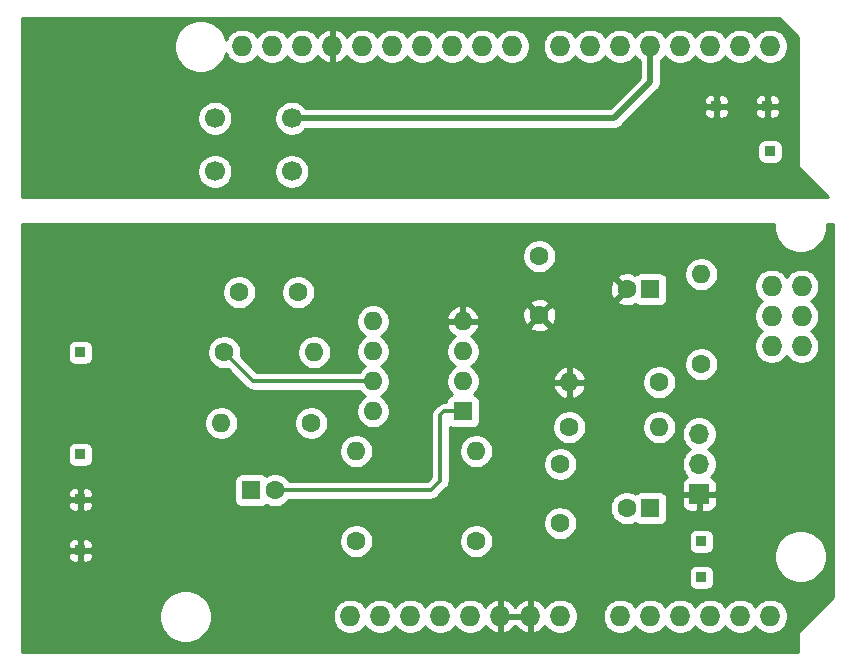
<source format=gbr>
%TF.GenerationSoftware,KiCad,Pcbnew,(5.1.5)-3*%
%TF.CreationDate,2020-05-16T21:05:58+02:00*%
%TF.ProjectId,30_PCB,33305f50-4342-42e6-9b69-6361645f7063,R0.7*%
%TF.SameCoordinates,Original*%
%TF.FileFunction,Copper,L4,Bot*%
%TF.FilePolarity,Positive*%
%FSLAX46Y46*%
G04 Gerber Fmt 4.6, Leading zero omitted, Abs format (unit mm)*
G04 Created by KiCad (PCBNEW (5.1.5)-3) date 2020-05-16 21:05:58*
%MOMM*%
%LPD*%
G04 APERTURE LIST*
%ADD10O,1.600000X1.600000*%
%ADD11C,1.600000*%
%ADD12R,1.600000X1.600000*%
%ADD13O,1.727200X1.727200*%
%ADD14R,0.850000X0.850000*%
%ADD15C,1.700000*%
%ADD16R,1.700000X1.700000*%
%ADD17O,1.700000X1.700000*%
%ADD18C,0.300000*%
%ADD19C,0.500000*%
%ADD20C,0.254000*%
G04 APERTURE END LIST*
D10*
X140970000Y-103378000D03*
D11*
X140970000Y-110998000D03*
D10*
X137414000Y-95000000D03*
D11*
X129794000Y-95000000D03*
D10*
X129540000Y-101000000D03*
D11*
X137160000Y-101000000D03*
D10*
X151130000Y-103378000D03*
D11*
X151130000Y-110998000D03*
D10*
X166624000Y-101346000D03*
D11*
X159004000Y-101346000D03*
D10*
X159004000Y-97536000D03*
D11*
X166624000Y-97536000D03*
D10*
X170180000Y-88392000D03*
D11*
X170180000Y-96012000D03*
X136064000Y-89916000D03*
X131064000Y-89916000D03*
X134080000Y-106680000D03*
D12*
X132080000Y-106680000D03*
D11*
X156464000Y-91868000D03*
X156464000Y-86868000D03*
X163862000Y-108204000D03*
D12*
X165862000Y-108204000D03*
D11*
X163862000Y-89662000D03*
D12*
X165862000Y-89662000D03*
D13*
X176149000Y-89408000D03*
X176022000Y-117348000D03*
X173482000Y-117348000D03*
X170942000Y-117348000D03*
X168402000Y-117348000D03*
X165862000Y-117348000D03*
X140462000Y-117348000D03*
X146558000Y-69088000D03*
X144018000Y-69088000D03*
X141478000Y-69088000D03*
X136398000Y-69088000D03*
X133858000Y-69088000D03*
X131318000Y-69088000D03*
X149098000Y-69088000D03*
X151638000Y-69088000D03*
X154178000Y-69088000D03*
X138938000Y-69088000D03*
X158242000Y-69088000D03*
X160782000Y-69088000D03*
X163322000Y-69088000D03*
X165862000Y-69088000D03*
X168402000Y-69088000D03*
X170942000Y-69088000D03*
X173482000Y-69088000D03*
X176022000Y-69088000D03*
X143002000Y-117348000D03*
X145542000Y-117348000D03*
X148082000Y-117348000D03*
X150622000Y-117348000D03*
X153162000Y-117348000D03*
X155702000Y-117348000D03*
X158242000Y-117348000D03*
X163322000Y-117348000D03*
X178689000Y-89408000D03*
X176149000Y-91948000D03*
X178689000Y-91948000D03*
X178689000Y-94488000D03*
X176149000Y-94488000D03*
D11*
X158242000Y-104474000D03*
X158242000Y-109474000D03*
D14*
X170180000Y-110998000D03*
X170180000Y-114046000D03*
X117602000Y-94996000D03*
X171450000Y-74168000D03*
X175768000Y-74168000D03*
X117602000Y-111760000D03*
X117602000Y-107442000D03*
X117602000Y-103632000D03*
X176000000Y-78000000D03*
D15*
X135506600Y-79684000D03*
X129006600Y-79684000D03*
X135506600Y-75184000D03*
X129006600Y-75184000D03*
D12*
X150000000Y-100000000D03*
D10*
X142380000Y-92380000D03*
X150000000Y-97460000D03*
X142380000Y-94920000D03*
X150000000Y-94920000D03*
X142380000Y-97460000D03*
X150000000Y-92380000D03*
X142380000Y-100000000D03*
D16*
X170000000Y-107000000D03*
D17*
X170000000Y-104460000D03*
X170000000Y-101920000D03*
D18*
X148412000Y-100000000D02*
X150000000Y-100000000D01*
X148082000Y-105918000D02*
X148082000Y-100330000D01*
X148082000Y-100330000D02*
X148412000Y-100000000D01*
X134080000Y-106680000D02*
X147320000Y-106680000D01*
X147320000Y-106680000D02*
X148082000Y-105918000D01*
X130593999Y-95799999D02*
X130597999Y-95799999D01*
X129794000Y-95000000D02*
X130593999Y-95799999D01*
X132258000Y-97460000D02*
X142380000Y-97460000D01*
X130597999Y-95799999D02*
X132258000Y-97460000D01*
D19*
X135506600Y-75184000D02*
X162814000Y-75184000D01*
X165867080Y-72130920D02*
X165867080Y-69108320D01*
X162814000Y-75184000D02*
X165867080Y-72130920D01*
D20*
G36*
X178340000Y-68273381D02*
G01*
X178340001Y-78967581D01*
X178336808Y-79000000D01*
X178349551Y-79129382D01*
X178387290Y-79253792D01*
X178448575Y-79368450D01*
X178510386Y-79443766D01*
X178510389Y-79443769D01*
X178531053Y-79468948D01*
X178556232Y-79489612D01*
X180939619Y-81873000D01*
X112660000Y-81873000D01*
X112660000Y-79537740D01*
X127521600Y-79537740D01*
X127521600Y-79830260D01*
X127578668Y-80117158D01*
X127690610Y-80387411D01*
X127853125Y-80630632D01*
X128059968Y-80837475D01*
X128303189Y-80999990D01*
X128573442Y-81111932D01*
X128860340Y-81169000D01*
X129152860Y-81169000D01*
X129439758Y-81111932D01*
X129710011Y-80999990D01*
X129953232Y-80837475D01*
X130160075Y-80630632D01*
X130322590Y-80387411D01*
X130434532Y-80117158D01*
X130491600Y-79830260D01*
X130491600Y-79537740D01*
X134021600Y-79537740D01*
X134021600Y-79830260D01*
X134078668Y-80117158D01*
X134190610Y-80387411D01*
X134353125Y-80630632D01*
X134559968Y-80837475D01*
X134803189Y-80999990D01*
X135073442Y-81111932D01*
X135360340Y-81169000D01*
X135652860Y-81169000D01*
X135939758Y-81111932D01*
X136210011Y-80999990D01*
X136453232Y-80837475D01*
X136660075Y-80630632D01*
X136822590Y-80387411D01*
X136934532Y-80117158D01*
X136991600Y-79830260D01*
X136991600Y-79537740D01*
X136934532Y-79250842D01*
X136822590Y-78980589D01*
X136660075Y-78737368D01*
X136453232Y-78530525D01*
X136210011Y-78368010D01*
X135939758Y-78256068D01*
X135652860Y-78199000D01*
X135360340Y-78199000D01*
X135073442Y-78256068D01*
X134803189Y-78368010D01*
X134559968Y-78530525D01*
X134353125Y-78737368D01*
X134190610Y-78980589D01*
X134078668Y-79250842D01*
X134021600Y-79537740D01*
X130491600Y-79537740D01*
X130434532Y-79250842D01*
X130322590Y-78980589D01*
X130160075Y-78737368D01*
X129953232Y-78530525D01*
X129710011Y-78368010D01*
X129439758Y-78256068D01*
X129152860Y-78199000D01*
X128860340Y-78199000D01*
X128573442Y-78256068D01*
X128303189Y-78368010D01*
X128059968Y-78530525D01*
X127853125Y-78737368D01*
X127690610Y-78980589D01*
X127578668Y-79250842D01*
X127521600Y-79537740D01*
X112660000Y-79537740D01*
X112660000Y-77575000D01*
X174936928Y-77575000D01*
X174936928Y-78425000D01*
X174949188Y-78549482D01*
X174985498Y-78669180D01*
X175044463Y-78779494D01*
X175123815Y-78876185D01*
X175220506Y-78955537D01*
X175330820Y-79014502D01*
X175450518Y-79050812D01*
X175575000Y-79063072D01*
X176425000Y-79063072D01*
X176549482Y-79050812D01*
X176669180Y-79014502D01*
X176779494Y-78955537D01*
X176876185Y-78876185D01*
X176955537Y-78779494D01*
X177014502Y-78669180D01*
X177050812Y-78549482D01*
X177063072Y-78425000D01*
X177063072Y-77575000D01*
X177050812Y-77450518D01*
X177014502Y-77330820D01*
X176955537Y-77220506D01*
X176876185Y-77123815D01*
X176779494Y-77044463D01*
X176669180Y-76985498D01*
X176549482Y-76949188D01*
X176425000Y-76936928D01*
X175575000Y-76936928D01*
X175450518Y-76949188D01*
X175330820Y-76985498D01*
X175220506Y-77044463D01*
X175123815Y-77123815D01*
X175044463Y-77220506D01*
X174985498Y-77330820D01*
X174949188Y-77450518D01*
X174936928Y-77575000D01*
X112660000Y-77575000D01*
X112660000Y-75037740D01*
X127521600Y-75037740D01*
X127521600Y-75330260D01*
X127578668Y-75617158D01*
X127690610Y-75887411D01*
X127853125Y-76130632D01*
X128059968Y-76337475D01*
X128303189Y-76499990D01*
X128573442Y-76611932D01*
X128860340Y-76669000D01*
X129152860Y-76669000D01*
X129439758Y-76611932D01*
X129710011Y-76499990D01*
X129953232Y-76337475D01*
X130160075Y-76130632D01*
X130322590Y-75887411D01*
X130434532Y-75617158D01*
X130491600Y-75330260D01*
X130491600Y-75037740D01*
X134021600Y-75037740D01*
X134021600Y-75330260D01*
X134078668Y-75617158D01*
X134190610Y-75887411D01*
X134353125Y-76130632D01*
X134559968Y-76337475D01*
X134803189Y-76499990D01*
X135073442Y-76611932D01*
X135360340Y-76669000D01*
X135652860Y-76669000D01*
X135939758Y-76611932D01*
X136210011Y-76499990D01*
X136453232Y-76337475D01*
X136660075Y-76130632D01*
X136701256Y-76069000D01*
X162770531Y-76069000D01*
X162814000Y-76073281D01*
X162857469Y-76069000D01*
X162857477Y-76069000D01*
X162987490Y-76056195D01*
X163154313Y-76005589D01*
X163308059Y-75923411D01*
X163442817Y-75812817D01*
X163470534Y-75779044D01*
X164656578Y-74593000D01*
X170386928Y-74593000D01*
X170399188Y-74717482D01*
X170435498Y-74837180D01*
X170494463Y-74947494D01*
X170573815Y-75044185D01*
X170670506Y-75123537D01*
X170780820Y-75182502D01*
X170900518Y-75218812D01*
X171025000Y-75231072D01*
X171164250Y-75228000D01*
X171323000Y-75069250D01*
X171323000Y-74295000D01*
X171577000Y-74295000D01*
X171577000Y-75069250D01*
X171735750Y-75228000D01*
X171875000Y-75231072D01*
X171999482Y-75218812D01*
X172119180Y-75182502D01*
X172229494Y-75123537D01*
X172326185Y-75044185D01*
X172405537Y-74947494D01*
X172464502Y-74837180D01*
X172500812Y-74717482D01*
X172513072Y-74593000D01*
X174704928Y-74593000D01*
X174717188Y-74717482D01*
X174753498Y-74837180D01*
X174812463Y-74947494D01*
X174891815Y-75044185D01*
X174988506Y-75123537D01*
X175098820Y-75182502D01*
X175218518Y-75218812D01*
X175343000Y-75231072D01*
X175482250Y-75228000D01*
X175641000Y-75069250D01*
X175641000Y-74295000D01*
X175895000Y-74295000D01*
X175895000Y-75069250D01*
X176053750Y-75228000D01*
X176193000Y-75231072D01*
X176317482Y-75218812D01*
X176437180Y-75182502D01*
X176547494Y-75123537D01*
X176644185Y-75044185D01*
X176723537Y-74947494D01*
X176782502Y-74837180D01*
X176818812Y-74717482D01*
X176831072Y-74593000D01*
X176828000Y-74453750D01*
X176669250Y-74295000D01*
X175895000Y-74295000D01*
X175641000Y-74295000D01*
X174866750Y-74295000D01*
X174708000Y-74453750D01*
X174704928Y-74593000D01*
X172513072Y-74593000D01*
X172510000Y-74453750D01*
X172351250Y-74295000D01*
X171577000Y-74295000D01*
X171323000Y-74295000D01*
X170548750Y-74295000D01*
X170390000Y-74453750D01*
X170386928Y-74593000D01*
X164656578Y-74593000D01*
X165506578Y-73743000D01*
X170386928Y-73743000D01*
X170390000Y-73882250D01*
X170548750Y-74041000D01*
X171323000Y-74041000D01*
X171323000Y-73266750D01*
X171577000Y-73266750D01*
X171577000Y-74041000D01*
X172351250Y-74041000D01*
X172510000Y-73882250D01*
X172513072Y-73743000D01*
X174704928Y-73743000D01*
X174708000Y-73882250D01*
X174866750Y-74041000D01*
X175641000Y-74041000D01*
X175641000Y-73266750D01*
X175895000Y-73266750D01*
X175895000Y-74041000D01*
X176669250Y-74041000D01*
X176828000Y-73882250D01*
X176831072Y-73743000D01*
X176818812Y-73618518D01*
X176782502Y-73498820D01*
X176723537Y-73388506D01*
X176644185Y-73291815D01*
X176547494Y-73212463D01*
X176437180Y-73153498D01*
X176317482Y-73117188D01*
X176193000Y-73104928D01*
X176053750Y-73108000D01*
X175895000Y-73266750D01*
X175641000Y-73266750D01*
X175482250Y-73108000D01*
X175343000Y-73104928D01*
X175218518Y-73117188D01*
X175098820Y-73153498D01*
X174988506Y-73212463D01*
X174891815Y-73291815D01*
X174812463Y-73388506D01*
X174753498Y-73498820D01*
X174717188Y-73618518D01*
X174704928Y-73743000D01*
X172513072Y-73743000D01*
X172500812Y-73618518D01*
X172464502Y-73498820D01*
X172405537Y-73388506D01*
X172326185Y-73291815D01*
X172229494Y-73212463D01*
X172119180Y-73153498D01*
X171999482Y-73117188D01*
X171875000Y-73104928D01*
X171735750Y-73108000D01*
X171577000Y-73266750D01*
X171323000Y-73266750D01*
X171164250Y-73108000D01*
X171025000Y-73104928D01*
X170900518Y-73117188D01*
X170780820Y-73153498D01*
X170670506Y-73212463D01*
X170573815Y-73291815D01*
X170494463Y-73388506D01*
X170435498Y-73498820D01*
X170399188Y-73618518D01*
X170386928Y-73743000D01*
X165506578Y-73743000D01*
X166462130Y-72787449D01*
X166495897Y-72759737D01*
X166606491Y-72624979D01*
X166688669Y-72471233D01*
X166739275Y-72304410D01*
X166752080Y-72174397D01*
X166752080Y-72174387D01*
X166756361Y-72130921D01*
X166752080Y-72087455D01*
X166752080Y-70295619D01*
X166817302Y-70252039D01*
X167026039Y-70043302D01*
X167132000Y-69884719D01*
X167237961Y-70043302D01*
X167446698Y-70252039D01*
X167692147Y-70416042D01*
X167964875Y-70529010D01*
X168254401Y-70586600D01*
X168549599Y-70586600D01*
X168839125Y-70529010D01*
X169111853Y-70416042D01*
X169357302Y-70252039D01*
X169566039Y-70043302D01*
X169672000Y-69884719D01*
X169777961Y-70043302D01*
X169986698Y-70252039D01*
X170232147Y-70416042D01*
X170504875Y-70529010D01*
X170794401Y-70586600D01*
X171089599Y-70586600D01*
X171379125Y-70529010D01*
X171651853Y-70416042D01*
X171897302Y-70252039D01*
X172106039Y-70043302D01*
X172212000Y-69884719D01*
X172317961Y-70043302D01*
X172526698Y-70252039D01*
X172772147Y-70416042D01*
X173044875Y-70529010D01*
X173334401Y-70586600D01*
X173629599Y-70586600D01*
X173919125Y-70529010D01*
X174191853Y-70416042D01*
X174437302Y-70252039D01*
X174646039Y-70043302D01*
X174752000Y-69884719D01*
X174857961Y-70043302D01*
X175066698Y-70252039D01*
X175312147Y-70416042D01*
X175584875Y-70529010D01*
X175874401Y-70586600D01*
X176169599Y-70586600D01*
X176459125Y-70529010D01*
X176731853Y-70416042D01*
X176977302Y-70252039D01*
X177186039Y-70043302D01*
X177350042Y-69797853D01*
X177463010Y-69525125D01*
X177520600Y-69235599D01*
X177520600Y-68940401D01*
X177463010Y-68650875D01*
X177350042Y-68378147D01*
X177186039Y-68132698D01*
X176977302Y-67923961D01*
X176731853Y-67759958D01*
X176459125Y-67646990D01*
X176169599Y-67589400D01*
X175874401Y-67589400D01*
X175584875Y-67646990D01*
X175312147Y-67759958D01*
X175066698Y-67923961D01*
X174857961Y-68132698D01*
X174752000Y-68291281D01*
X174646039Y-68132698D01*
X174437302Y-67923961D01*
X174191853Y-67759958D01*
X173919125Y-67646990D01*
X173629599Y-67589400D01*
X173334401Y-67589400D01*
X173044875Y-67646990D01*
X172772147Y-67759958D01*
X172526698Y-67923961D01*
X172317961Y-68132698D01*
X172212000Y-68291281D01*
X172106039Y-68132698D01*
X171897302Y-67923961D01*
X171651853Y-67759958D01*
X171379125Y-67646990D01*
X171089599Y-67589400D01*
X170794401Y-67589400D01*
X170504875Y-67646990D01*
X170232147Y-67759958D01*
X169986698Y-67923961D01*
X169777961Y-68132698D01*
X169672000Y-68291281D01*
X169566039Y-68132698D01*
X169357302Y-67923961D01*
X169111853Y-67759958D01*
X168839125Y-67646990D01*
X168549599Y-67589400D01*
X168254401Y-67589400D01*
X167964875Y-67646990D01*
X167692147Y-67759958D01*
X167446698Y-67923961D01*
X167237961Y-68132698D01*
X167132000Y-68291281D01*
X167026039Y-68132698D01*
X166817302Y-67923961D01*
X166571853Y-67759958D01*
X166299125Y-67646990D01*
X166009599Y-67589400D01*
X165714401Y-67589400D01*
X165424875Y-67646990D01*
X165152147Y-67759958D01*
X164906698Y-67923961D01*
X164697961Y-68132698D01*
X164592000Y-68291281D01*
X164486039Y-68132698D01*
X164277302Y-67923961D01*
X164031853Y-67759958D01*
X163759125Y-67646990D01*
X163469599Y-67589400D01*
X163174401Y-67589400D01*
X162884875Y-67646990D01*
X162612147Y-67759958D01*
X162366698Y-67923961D01*
X162157961Y-68132698D01*
X162052000Y-68291281D01*
X161946039Y-68132698D01*
X161737302Y-67923961D01*
X161491853Y-67759958D01*
X161219125Y-67646990D01*
X160929599Y-67589400D01*
X160634401Y-67589400D01*
X160344875Y-67646990D01*
X160072147Y-67759958D01*
X159826698Y-67923961D01*
X159617961Y-68132698D01*
X159512000Y-68291281D01*
X159406039Y-68132698D01*
X159197302Y-67923961D01*
X158951853Y-67759958D01*
X158679125Y-67646990D01*
X158389599Y-67589400D01*
X158094401Y-67589400D01*
X157804875Y-67646990D01*
X157532147Y-67759958D01*
X157286698Y-67923961D01*
X157077961Y-68132698D01*
X156913958Y-68378147D01*
X156800990Y-68650875D01*
X156743400Y-68940401D01*
X156743400Y-69235599D01*
X156800990Y-69525125D01*
X156913958Y-69797853D01*
X157077961Y-70043302D01*
X157286698Y-70252039D01*
X157532147Y-70416042D01*
X157804875Y-70529010D01*
X158094401Y-70586600D01*
X158389599Y-70586600D01*
X158679125Y-70529010D01*
X158951853Y-70416042D01*
X159197302Y-70252039D01*
X159406039Y-70043302D01*
X159512000Y-69884719D01*
X159617961Y-70043302D01*
X159826698Y-70252039D01*
X160072147Y-70416042D01*
X160344875Y-70529010D01*
X160634401Y-70586600D01*
X160929599Y-70586600D01*
X161219125Y-70529010D01*
X161491853Y-70416042D01*
X161737302Y-70252039D01*
X161946039Y-70043302D01*
X162052000Y-69884719D01*
X162157961Y-70043302D01*
X162366698Y-70252039D01*
X162612147Y-70416042D01*
X162884875Y-70529010D01*
X163174401Y-70586600D01*
X163469599Y-70586600D01*
X163759125Y-70529010D01*
X164031853Y-70416042D01*
X164277302Y-70252039D01*
X164486039Y-70043302D01*
X164592000Y-69884719D01*
X164697961Y-70043302D01*
X164906698Y-70252039D01*
X164982081Y-70302408D01*
X164982080Y-71764341D01*
X162447422Y-74299000D01*
X136701256Y-74299000D01*
X136660075Y-74237368D01*
X136453232Y-74030525D01*
X136210011Y-73868010D01*
X135939758Y-73756068D01*
X135652860Y-73699000D01*
X135360340Y-73699000D01*
X135073442Y-73756068D01*
X134803189Y-73868010D01*
X134559968Y-74030525D01*
X134353125Y-74237368D01*
X134190610Y-74480589D01*
X134078668Y-74750842D01*
X134021600Y-75037740D01*
X130491600Y-75037740D01*
X130434532Y-74750842D01*
X130322590Y-74480589D01*
X130160075Y-74237368D01*
X129953232Y-74030525D01*
X129710011Y-73868010D01*
X129439758Y-73756068D01*
X129152860Y-73699000D01*
X128860340Y-73699000D01*
X128573442Y-73756068D01*
X128303189Y-73868010D01*
X128059968Y-74030525D01*
X127853125Y-74237368D01*
X127690610Y-74480589D01*
X127578668Y-74750842D01*
X127521600Y-75037740D01*
X112660000Y-75037740D01*
X112660000Y-68867872D01*
X125527000Y-68867872D01*
X125527000Y-69308128D01*
X125612890Y-69739925D01*
X125781369Y-70146669D01*
X126025962Y-70512729D01*
X126337271Y-70824038D01*
X126703331Y-71068631D01*
X127110075Y-71237110D01*
X127541872Y-71323000D01*
X127982128Y-71323000D01*
X128413925Y-71237110D01*
X128820669Y-71068631D01*
X129186729Y-70824038D01*
X129498038Y-70512729D01*
X129742631Y-70146669D01*
X129911110Y-69739925D01*
X129928906Y-69650460D01*
X129989958Y-69797853D01*
X130153961Y-70043302D01*
X130362698Y-70252039D01*
X130608147Y-70416042D01*
X130880875Y-70529010D01*
X131170401Y-70586600D01*
X131465599Y-70586600D01*
X131755125Y-70529010D01*
X132027853Y-70416042D01*
X132273302Y-70252039D01*
X132482039Y-70043302D01*
X132588000Y-69884719D01*
X132693961Y-70043302D01*
X132902698Y-70252039D01*
X133148147Y-70416042D01*
X133420875Y-70529010D01*
X133710401Y-70586600D01*
X134005599Y-70586600D01*
X134295125Y-70529010D01*
X134567853Y-70416042D01*
X134813302Y-70252039D01*
X135022039Y-70043302D01*
X135128000Y-69884719D01*
X135233961Y-70043302D01*
X135442698Y-70252039D01*
X135688147Y-70416042D01*
X135960875Y-70529010D01*
X136250401Y-70586600D01*
X136545599Y-70586600D01*
X136835125Y-70529010D01*
X137107853Y-70416042D01*
X137353302Y-70252039D01*
X137562039Y-70043302D01*
X137669692Y-69882187D01*
X137831146Y-70098293D01*
X138049512Y-70294817D01*
X138302022Y-70444964D01*
X138578973Y-70542963D01*
X138811000Y-70422464D01*
X138811000Y-69215000D01*
X138791000Y-69215000D01*
X138791000Y-68961000D01*
X138811000Y-68961000D01*
X138811000Y-67753536D01*
X139065000Y-67753536D01*
X139065000Y-68961000D01*
X139085000Y-68961000D01*
X139085000Y-69215000D01*
X139065000Y-69215000D01*
X139065000Y-70422464D01*
X139297027Y-70542963D01*
X139573978Y-70444964D01*
X139826488Y-70294817D01*
X140044854Y-70098293D01*
X140206308Y-69882187D01*
X140313961Y-70043302D01*
X140522698Y-70252039D01*
X140768147Y-70416042D01*
X141040875Y-70529010D01*
X141330401Y-70586600D01*
X141625599Y-70586600D01*
X141915125Y-70529010D01*
X142187853Y-70416042D01*
X142433302Y-70252039D01*
X142642039Y-70043302D01*
X142748000Y-69884719D01*
X142853961Y-70043302D01*
X143062698Y-70252039D01*
X143308147Y-70416042D01*
X143580875Y-70529010D01*
X143870401Y-70586600D01*
X144165599Y-70586600D01*
X144455125Y-70529010D01*
X144727853Y-70416042D01*
X144973302Y-70252039D01*
X145182039Y-70043302D01*
X145288000Y-69884719D01*
X145393961Y-70043302D01*
X145602698Y-70252039D01*
X145848147Y-70416042D01*
X146120875Y-70529010D01*
X146410401Y-70586600D01*
X146705599Y-70586600D01*
X146995125Y-70529010D01*
X147267853Y-70416042D01*
X147513302Y-70252039D01*
X147722039Y-70043302D01*
X147828000Y-69884719D01*
X147933961Y-70043302D01*
X148142698Y-70252039D01*
X148388147Y-70416042D01*
X148660875Y-70529010D01*
X148950401Y-70586600D01*
X149245599Y-70586600D01*
X149535125Y-70529010D01*
X149807853Y-70416042D01*
X150053302Y-70252039D01*
X150262039Y-70043302D01*
X150368000Y-69884719D01*
X150473961Y-70043302D01*
X150682698Y-70252039D01*
X150928147Y-70416042D01*
X151200875Y-70529010D01*
X151490401Y-70586600D01*
X151785599Y-70586600D01*
X152075125Y-70529010D01*
X152347853Y-70416042D01*
X152593302Y-70252039D01*
X152802039Y-70043302D01*
X152908000Y-69884719D01*
X153013961Y-70043302D01*
X153222698Y-70252039D01*
X153468147Y-70416042D01*
X153740875Y-70529010D01*
X154030401Y-70586600D01*
X154325599Y-70586600D01*
X154615125Y-70529010D01*
X154887853Y-70416042D01*
X155133302Y-70252039D01*
X155342039Y-70043302D01*
X155506042Y-69797853D01*
X155619010Y-69525125D01*
X155676600Y-69235599D01*
X155676600Y-68940401D01*
X155619010Y-68650875D01*
X155506042Y-68378147D01*
X155342039Y-68132698D01*
X155133302Y-67923961D01*
X154887853Y-67759958D01*
X154615125Y-67646990D01*
X154325599Y-67589400D01*
X154030401Y-67589400D01*
X153740875Y-67646990D01*
X153468147Y-67759958D01*
X153222698Y-67923961D01*
X153013961Y-68132698D01*
X152908000Y-68291281D01*
X152802039Y-68132698D01*
X152593302Y-67923961D01*
X152347853Y-67759958D01*
X152075125Y-67646990D01*
X151785599Y-67589400D01*
X151490401Y-67589400D01*
X151200875Y-67646990D01*
X150928147Y-67759958D01*
X150682698Y-67923961D01*
X150473961Y-68132698D01*
X150368000Y-68291281D01*
X150262039Y-68132698D01*
X150053302Y-67923961D01*
X149807853Y-67759958D01*
X149535125Y-67646990D01*
X149245599Y-67589400D01*
X148950401Y-67589400D01*
X148660875Y-67646990D01*
X148388147Y-67759958D01*
X148142698Y-67923961D01*
X147933961Y-68132698D01*
X147828000Y-68291281D01*
X147722039Y-68132698D01*
X147513302Y-67923961D01*
X147267853Y-67759958D01*
X146995125Y-67646990D01*
X146705599Y-67589400D01*
X146410401Y-67589400D01*
X146120875Y-67646990D01*
X145848147Y-67759958D01*
X145602698Y-67923961D01*
X145393961Y-68132698D01*
X145288000Y-68291281D01*
X145182039Y-68132698D01*
X144973302Y-67923961D01*
X144727853Y-67759958D01*
X144455125Y-67646990D01*
X144165599Y-67589400D01*
X143870401Y-67589400D01*
X143580875Y-67646990D01*
X143308147Y-67759958D01*
X143062698Y-67923961D01*
X142853961Y-68132698D01*
X142748000Y-68291281D01*
X142642039Y-68132698D01*
X142433302Y-67923961D01*
X142187853Y-67759958D01*
X141915125Y-67646990D01*
X141625599Y-67589400D01*
X141330401Y-67589400D01*
X141040875Y-67646990D01*
X140768147Y-67759958D01*
X140522698Y-67923961D01*
X140313961Y-68132698D01*
X140206308Y-68293813D01*
X140044854Y-68077707D01*
X139826488Y-67881183D01*
X139573978Y-67731036D01*
X139297027Y-67633037D01*
X139065000Y-67753536D01*
X138811000Y-67753536D01*
X138578973Y-67633037D01*
X138302022Y-67731036D01*
X138049512Y-67881183D01*
X137831146Y-68077707D01*
X137669692Y-68293813D01*
X137562039Y-68132698D01*
X137353302Y-67923961D01*
X137107853Y-67759958D01*
X136835125Y-67646990D01*
X136545599Y-67589400D01*
X136250401Y-67589400D01*
X135960875Y-67646990D01*
X135688147Y-67759958D01*
X135442698Y-67923961D01*
X135233961Y-68132698D01*
X135128000Y-68291281D01*
X135022039Y-68132698D01*
X134813302Y-67923961D01*
X134567853Y-67759958D01*
X134295125Y-67646990D01*
X134005599Y-67589400D01*
X133710401Y-67589400D01*
X133420875Y-67646990D01*
X133148147Y-67759958D01*
X132902698Y-67923961D01*
X132693961Y-68132698D01*
X132588000Y-68291281D01*
X132482039Y-68132698D01*
X132273302Y-67923961D01*
X132027853Y-67759958D01*
X131755125Y-67646990D01*
X131465599Y-67589400D01*
X131170401Y-67589400D01*
X130880875Y-67646990D01*
X130608147Y-67759958D01*
X130362698Y-67923961D01*
X130153961Y-68132698D01*
X129989958Y-68378147D01*
X129928906Y-68525540D01*
X129911110Y-68436075D01*
X129742631Y-68029331D01*
X129498038Y-67663271D01*
X129186729Y-67351962D01*
X128820669Y-67107369D01*
X128413925Y-66938890D01*
X127982128Y-66853000D01*
X127541872Y-66853000D01*
X127110075Y-66938890D01*
X126703331Y-67107369D01*
X126337271Y-67351962D01*
X126025962Y-67663271D01*
X125781369Y-68029331D01*
X125612890Y-68436075D01*
X125527000Y-68867872D01*
X112660000Y-68867872D01*
X112660000Y-66660000D01*
X176726620Y-66660000D01*
X178340000Y-68273381D01*
G37*
X178340000Y-68273381D02*
X178340001Y-78967581D01*
X178336808Y-79000000D01*
X178349551Y-79129382D01*
X178387290Y-79253792D01*
X178448575Y-79368450D01*
X178510386Y-79443766D01*
X178510389Y-79443769D01*
X178531053Y-79468948D01*
X178556232Y-79489612D01*
X180939619Y-81873000D01*
X112660000Y-81873000D01*
X112660000Y-79537740D01*
X127521600Y-79537740D01*
X127521600Y-79830260D01*
X127578668Y-80117158D01*
X127690610Y-80387411D01*
X127853125Y-80630632D01*
X128059968Y-80837475D01*
X128303189Y-80999990D01*
X128573442Y-81111932D01*
X128860340Y-81169000D01*
X129152860Y-81169000D01*
X129439758Y-81111932D01*
X129710011Y-80999990D01*
X129953232Y-80837475D01*
X130160075Y-80630632D01*
X130322590Y-80387411D01*
X130434532Y-80117158D01*
X130491600Y-79830260D01*
X130491600Y-79537740D01*
X134021600Y-79537740D01*
X134021600Y-79830260D01*
X134078668Y-80117158D01*
X134190610Y-80387411D01*
X134353125Y-80630632D01*
X134559968Y-80837475D01*
X134803189Y-80999990D01*
X135073442Y-81111932D01*
X135360340Y-81169000D01*
X135652860Y-81169000D01*
X135939758Y-81111932D01*
X136210011Y-80999990D01*
X136453232Y-80837475D01*
X136660075Y-80630632D01*
X136822590Y-80387411D01*
X136934532Y-80117158D01*
X136991600Y-79830260D01*
X136991600Y-79537740D01*
X136934532Y-79250842D01*
X136822590Y-78980589D01*
X136660075Y-78737368D01*
X136453232Y-78530525D01*
X136210011Y-78368010D01*
X135939758Y-78256068D01*
X135652860Y-78199000D01*
X135360340Y-78199000D01*
X135073442Y-78256068D01*
X134803189Y-78368010D01*
X134559968Y-78530525D01*
X134353125Y-78737368D01*
X134190610Y-78980589D01*
X134078668Y-79250842D01*
X134021600Y-79537740D01*
X130491600Y-79537740D01*
X130434532Y-79250842D01*
X130322590Y-78980589D01*
X130160075Y-78737368D01*
X129953232Y-78530525D01*
X129710011Y-78368010D01*
X129439758Y-78256068D01*
X129152860Y-78199000D01*
X128860340Y-78199000D01*
X128573442Y-78256068D01*
X128303189Y-78368010D01*
X128059968Y-78530525D01*
X127853125Y-78737368D01*
X127690610Y-78980589D01*
X127578668Y-79250842D01*
X127521600Y-79537740D01*
X112660000Y-79537740D01*
X112660000Y-77575000D01*
X174936928Y-77575000D01*
X174936928Y-78425000D01*
X174949188Y-78549482D01*
X174985498Y-78669180D01*
X175044463Y-78779494D01*
X175123815Y-78876185D01*
X175220506Y-78955537D01*
X175330820Y-79014502D01*
X175450518Y-79050812D01*
X175575000Y-79063072D01*
X176425000Y-79063072D01*
X176549482Y-79050812D01*
X176669180Y-79014502D01*
X176779494Y-78955537D01*
X176876185Y-78876185D01*
X176955537Y-78779494D01*
X177014502Y-78669180D01*
X177050812Y-78549482D01*
X177063072Y-78425000D01*
X177063072Y-77575000D01*
X177050812Y-77450518D01*
X177014502Y-77330820D01*
X176955537Y-77220506D01*
X176876185Y-77123815D01*
X176779494Y-77044463D01*
X176669180Y-76985498D01*
X176549482Y-76949188D01*
X176425000Y-76936928D01*
X175575000Y-76936928D01*
X175450518Y-76949188D01*
X175330820Y-76985498D01*
X175220506Y-77044463D01*
X175123815Y-77123815D01*
X175044463Y-77220506D01*
X174985498Y-77330820D01*
X174949188Y-77450518D01*
X174936928Y-77575000D01*
X112660000Y-77575000D01*
X112660000Y-75037740D01*
X127521600Y-75037740D01*
X127521600Y-75330260D01*
X127578668Y-75617158D01*
X127690610Y-75887411D01*
X127853125Y-76130632D01*
X128059968Y-76337475D01*
X128303189Y-76499990D01*
X128573442Y-76611932D01*
X128860340Y-76669000D01*
X129152860Y-76669000D01*
X129439758Y-76611932D01*
X129710011Y-76499990D01*
X129953232Y-76337475D01*
X130160075Y-76130632D01*
X130322590Y-75887411D01*
X130434532Y-75617158D01*
X130491600Y-75330260D01*
X130491600Y-75037740D01*
X134021600Y-75037740D01*
X134021600Y-75330260D01*
X134078668Y-75617158D01*
X134190610Y-75887411D01*
X134353125Y-76130632D01*
X134559968Y-76337475D01*
X134803189Y-76499990D01*
X135073442Y-76611932D01*
X135360340Y-76669000D01*
X135652860Y-76669000D01*
X135939758Y-76611932D01*
X136210011Y-76499990D01*
X136453232Y-76337475D01*
X136660075Y-76130632D01*
X136701256Y-76069000D01*
X162770531Y-76069000D01*
X162814000Y-76073281D01*
X162857469Y-76069000D01*
X162857477Y-76069000D01*
X162987490Y-76056195D01*
X163154313Y-76005589D01*
X163308059Y-75923411D01*
X163442817Y-75812817D01*
X163470534Y-75779044D01*
X164656578Y-74593000D01*
X170386928Y-74593000D01*
X170399188Y-74717482D01*
X170435498Y-74837180D01*
X170494463Y-74947494D01*
X170573815Y-75044185D01*
X170670506Y-75123537D01*
X170780820Y-75182502D01*
X170900518Y-75218812D01*
X171025000Y-75231072D01*
X171164250Y-75228000D01*
X171323000Y-75069250D01*
X171323000Y-74295000D01*
X171577000Y-74295000D01*
X171577000Y-75069250D01*
X171735750Y-75228000D01*
X171875000Y-75231072D01*
X171999482Y-75218812D01*
X172119180Y-75182502D01*
X172229494Y-75123537D01*
X172326185Y-75044185D01*
X172405537Y-74947494D01*
X172464502Y-74837180D01*
X172500812Y-74717482D01*
X172513072Y-74593000D01*
X174704928Y-74593000D01*
X174717188Y-74717482D01*
X174753498Y-74837180D01*
X174812463Y-74947494D01*
X174891815Y-75044185D01*
X174988506Y-75123537D01*
X175098820Y-75182502D01*
X175218518Y-75218812D01*
X175343000Y-75231072D01*
X175482250Y-75228000D01*
X175641000Y-75069250D01*
X175641000Y-74295000D01*
X175895000Y-74295000D01*
X175895000Y-75069250D01*
X176053750Y-75228000D01*
X176193000Y-75231072D01*
X176317482Y-75218812D01*
X176437180Y-75182502D01*
X176547494Y-75123537D01*
X176644185Y-75044185D01*
X176723537Y-74947494D01*
X176782502Y-74837180D01*
X176818812Y-74717482D01*
X176831072Y-74593000D01*
X176828000Y-74453750D01*
X176669250Y-74295000D01*
X175895000Y-74295000D01*
X175641000Y-74295000D01*
X174866750Y-74295000D01*
X174708000Y-74453750D01*
X174704928Y-74593000D01*
X172513072Y-74593000D01*
X172510000Y-74453750D01*
X172351250Y-74295000D01*
X171577000Y-74295000D01*
X171323000Y-74295000D01*
X170548750Y-74295000D01*
X170390000Y-74453750D01*
X170386928Y-74593000D01*
X164656578Y-74593000D01*
X165506578Y-73743000D01*
X170386928Y-73743000D01*
X170390000Y-73882250D01*
X170548750Y-74041000D01*
X171323000Y-74041000D01*
X171323000Y-73266750D01*
X171577000Y-73266750D01*
X171577000Y-74041000D01*
X172351250Y-74041000D01*
X172510000Y-73882250D01*
X172513072Y-73743000D01*
X174704928Y-73743000D01*
X174708000Y-73882250D01*
X174866750Y-74041000D01*
X175641000Y-74041000D01*
X175641000Y-73266750D01*
X175895000Y-73266750D01*
X175895000Y-74041000D01*
X176669250Y-74041000D01*
X176828000Y-73882250D01*
X176831072Y-73743000D01*
X176818812Y-73618518D01*
X176782502Y-73498820D01*
X176723537Y-73388506D01*
X176644185Y-73291815D01*
X176547494Y-73212463D01*
X176437180Y-73153498D01*
X176317482Y-73117188D01*
X176193000Y-73104928D01*
X176053750Y-73108000D01*
X175895000Y-73266750D01*
X175641000Y-73266750D01*
X175482250Y-73108000D01*
X175343000Y-73104928D01*
X175218518Y-73117188D01*
X175098820Y-73153498D01*
X174988506Y-73212463D01*
X174891815Y-73291815D01*
X174812463Y-73388506D01*
X174753498Y-73498820D01*
X174717188Y-73618518D01*
X174704928Y-73743000D01*
X172513072Y-73743000D01*
X172500812Y-73618518D01*
X172464502Y-73498820D01*
X172405537Y-73388506D01*
X172326185Y-73291815D01*
X172229494Y-73212463D01*
X172119180Y-73153498D01*
X171999482Y-73117188D01*
X171875000Y-73104928D01*
X171735750Y-73108000D01*
X171577000Y-73266750D01*
X171323000Y-73266750D01*
X171164250Y-73108000D01*
X171025000Y-73104928D01*
X170900518Y-73117188D01*
X170780820Y-73153498D01*
X170670506Y-73212463D01*
X170573815Y-73291815D01*
X170494463Y-73388506D01*
X170435498Y-73498820D01*
X170399188Y-73618518D01*
X170386928Y-73743000D01*
X165506578Y-73743000D01*
X166462130Y-72787449D01*
X166495897Y-72759737D01*
X166606491Y-72624979D01*
X166688669Y-72471233D01*
X166739275Y-72304410D01*
X166752080Y-72174397D01*
X166752080Y-72174387D01*
X166756361Y-72130921D01*
X166752080Y-72087455D01*
X166752080Y-70295619D01*
X166817302Y-70252039D01*
X167026039Y-70043302D01*
X167132000Y-69884719D01*
X167237961Y-70043302D01*
X167446698Y-70252039D01*
X167692147Y-70416042D01*
X167964875Y-70529010D01*
X168254401Y-70586600D01*
X168549599Y-70586600D01*
X168839125Y-70529010D01*
X169111853Y-70416042D01*
X169357302Y-70252039D01*
X169566039Y-70043302D01*
X169672000Y-69884719D01*
X169777961Y-70043302D01*
X169986698Y-70252039D01*
X170232147Y-70416042D01*
X170504875Y-70529010D01*
X170794401Y-70586600D01*
X171089599Y-70586600D01*
X171379125Y-70529010D01*
X171651853Y-70416042D01*
X171897302Y-70252039D01*
X172106039Y-70043302D01*
X172212000Y-69884719D01*
X172317961Y-70043302D01*
X172526698Y-70252039D01*
X172772147Y-70416042D01*
X173044875Y-70529010D01*
X173334401Y-70586600D01*
X173629599Y-70586600D01*
X173919125Y-70529010D01*
X174191853Y-70416042D01*
X174437302Y-70252039D01*
X174646039Y-70043302D01*
X174752000Y-69884719D01*
X174857961Y-70043302D01*
X175066698Y-70252039D01*
X175312147Y-70416042D01*
X175584875Y-70529010D01*
X175874401Y-70586600D01*
X176169599Y-70586600D01*
X176459125Y-70529010D01*
X176731853Y-70416042D01*
X176977302Y-70252039D01*
X177186039Y-70043302D01*
X177350042Y-69797853D01*
X177463010Y-69525125D01*
X177520600Y-69235599D01*
X177520600Y-68940401D01*
X177463010Y-68650875D01*
X177350042Y-68378147D01*
X177186039Y-68132698D01*
X176977302Y-67923961D01*
X176731853Y-67759958D01*
X176459125Y-67646990D01*
X176169599Y-67589400D01*
X175874401Y-67589400D01*
X175584875Y-67646990D01*
X175312147Y-67759958D01*
X175066698Y-67923961D01*
X174857961Y-68132698D01*
X174752000Y-68291281D01*
X174646039Y-68132698D01*
X174437302Y-67923961D01*
X174191853Y-67759958D01*
X173919125Y-67646990D01*
X173629599Y-67589400D01*
X173334401Y-67589400D01*
X173044875Y-67646990D01*
X172772147Y-67759958D01*
X172526698Y-67923961D01*
X172317961Y-68132698D01*
X172212000Y-68291281D01*
X172106039Y-68132698D01*
X171897302Y-67923961D01*
X171651853Y-67759958D01*
X171379125Y-67646990D01*
X171089599Y-67589400D01*
X170794401Y-67589400D01*
X170504875Y-67646990D01*
X170232147Y-67759958D01*
X169986698Y-67923961D01*
X169777961Y-68132698D01*
X169672000Y-68291281D01*
X169566039Y-68132698D01*
X169357302Y-67923961D01*
X169111853Y-67759958D01*
X168839125Y-67646990D01*
X168549599Y-67589400D01*
X168254401Y-67589400D01*
X167964875Y-67646990D01*
X167692147Y-67759958D01*
X167446698Y-67923961D01*
X167237961Y-68132698D01*
X167132000Y-68291281D01*
X167026039Y-68132698D01*
X166817302Y-67923961D01*
X166571853Y-67759958D01*
X166299125Y-67646990D01*
X166009599Y-67589400D01*
X165714401Y-67589400D01*
X165424875Y-67646990D01*
X165152147Y-67759958D01*
X164906698Y-67923961D01*
X164697961Y-68132698D01*
X164592000Y-68291281D01*
X164486039Y-68132698D01*
X164277302Y-67923961D01*
X164031853Y-67759958D01*
X163759125Y-67646990D01*
X163469599Y-67589400D01*
X163174401Y-67589400D01*
X162884875Y-67646990D01*
X162612147Y-67759958D01*
X162366698Y-67923961D01*
X162157961Y-68132698D01*
X162052000Y-68291281D01*
X161946039Y-68132698D01*
X161737302Y-67923961D01*
X161491853Y-67759958D01*
X161219125Y-67646990D01*
X160929599Y-67589400D01*
X160634401Y-67589400D01*
X160344875Y-67646990D01*
X160072147Y-67759958D01*
X159826698Y-67923961D01*
X159617961Y-68132698D01*
X159512000Y-68291281D01*
X159406039Y-68132698D01*
X159197302Y-67923961D01*
X158951853Y-67759958D01*
X158679125Y-67646990D01*
X158389599Y-67589400D01*
X158094401Y-67589400D01*
X157804875Y-67646990D01*
X157532147Y-67759958D01*
X157286698Y-67923961D01*
X157077961Y-68132698D01*
X156913958Y-68378147D01*
X156800990Y-68650875D01*
X156743400Y-68940401D01*
X156743400Y-69235599D01*
X156800990Y-69525125D01*
X156913958Y-69797853D01*
X157077961Y-70043302D01*
X157286698Y-70252039D01*
X157532147Y-70416042D01*
X157804875Y-70529010D01*
X158094401Y-70586600D01*
X158389599Y-70586600D01*
X158679125Y-70529010D01*
X158951853Y-70416042D01*
X159197302Y-70252039D01*
X159406039Y-70043302D01*
X159512000Y-69884719D01*
X159617961Y-70043302D01*
X159826698Y-70252039D01*
X160072147Y-70416042D01*
X160344875Y-70529010D01*
X160634401Y-70586600D01*
X160929599Y-70586600D01*
X161219125Y-70529010D01*
X161491853Y-70416042D01*
X161737302Y-70252039D01*
X161946039Y-70043302D01*
X162052000Y-69884719D01*
X162157961Y-70043302D01*
X162366698Y-70252039D01*
X162612147Y-70416042D01*
X162884875Y-70529010D01*
X163174401Y-70586600D01*
X163469599Y-70586600D01*
X163759125Y-70529010D01*
X164031853Y-70416042D01*
X164277302Y-70252039D01*
X164486039Y-70043302D01*
X164592000Y-69884719D01*
X164697961Y-70043302D01*
X164906698Y-70252039D01*
X164982081Y-70302408D01*
X164982080Y-71764341D01*
X162447422Y-74299000D01*
X136701256Y-74299000D01*
X136660075Y-74237368D01*
X136453232Y-74030525D01*
X136210011Y-73868010D01*
X135939758Y-73756068D01*
X135652860Y-73699000D01*
X135360340Y-73699000D01*
X135073442Y-73756068D01*
X134803189Y-73868010D01*
X134559968Y-74030525D01*
X134353125Y-74237368D01*
X134190610Y-74480589D01*
X134078668Y-74750842D01*
X134021600Y-75037740D01*
X130491600Y-75037740D01*
X130434532Y-74750842D01*
X130322590Y-74480589D01*
X130160075Y-74237368D01*
X129953232Y-74030525D01*
X129710011Y-73868010D01*
X129439758Y-73756068D01*
X129152860Y-73699000D01*
X128860340Y-73699000D01*
X128573442Y-73756068D01*
X128303189Y-73868010D01*
X128059968Y-74030525D01*
X127853125Y-74237368D01*
X127690610Y-74480589D01*
X127578668Y-74750842D01*
X127521600Y-75037740D01*
X112660000Y-75037740D01*
X112660000Y-68867872D01*
X125527000Y-68867872D01*
X125527000Y-69308128D01*
X125612890Y-69739925D01*
X125781369Y-70146669D01*
X126025962Y-70512729D01*
X126337271Y-70824038D01*
X126703331Y-71068631D01*
X127110075Y-71237110D01*
X127541872Y-71323000D01*
X127982128Y-71323000D01*
X128413925Y-71237110D01*
X128820669Y-71068631D01*
X129186729Y-70824038D01*
X129498038Y-70512729D01*
X129742631Y-70146669D01*
X129911110Y-69739925D01*
X129928906Y-69650460D01*
X129989958Y-69797853D01*
X130153961Y-70043302D01*
X130362698Y-70252039D01*
X130608147Y-70416042D01*
X130880875Y-70529010D01*
X131170401Y-70586600D01*
X131465599Y-70586600D01*
X131755125Y-70529010D01*
X132027853Y-70416042D01*
X132273302Y-70252039D01*
X132482039Y-70043302D01*
X132588000Y-69884719D01*
X132693961Y-70043302D01*
X132902698Y-70252039D01*
X133148147Y-70416042D01*
X133420875Y-70529010D01*
X133710401Y-70586600D01*
X134005599Y-70586600D01*
X134295125Y-70529010D01*
X134567853Y-70416042D01*
X134813302Y-70252039D01*
X135022039Y-70043302D01*
X135128000Y-69884719D01*
X135233961Y-70043302D01*
X135442698Y-70252039D01*
X135688147Y-70416042D01*
X135960875Y-70529010D01*
X136250401Y-70586600D01*
X136545599Y-70586600D01*
X136835125Y-70529010D01*
X137107853Y-70416042D01*
X137353302Y-70252039D01*
X137562039Y-70043302D01*
X137669692Y-69882187D01*
X137831146Y-70098293D01*
X138049512Y-70294817D01*
X138302022Y-70444964D01*
X138578973Y-70542963D01*
X138811000Y-70422464D01*
X138811000Y-69215000D01*
X138791000Y-69215000D01*
X138791000Y-68961000D01*
X138811000Y-68961000D01*
X138811000Y-67753536D01*
X139065000Y-67753536D01*
X139065000Y-68961000D01*
X139085000Y-68961000D01*
X139085000Y-69215000D01*
X139065000Y-69215000D01*
X139065000Y-70422464D01*
X139297027Y-70542963D01*
X139573978Y-70444964D01*
X139826488Y-70294817D01*
X140044854Y-70098293D01*
X140206308Y-69882187D01*
X140313961Y-70043302D01*
X140522698Y-70252039D01*
X140768147Y-70416042D01*
X141040875Y-70529010D01*
X141330401Y-70586600D01*
X141625599Y-70586600D01*
X141915125Y-70529010D01*
X142187853Y-70416042D01*
X142433302Y-70252039D01*
X142642039Y-70043302D01*
X142748000Y-69884719D01*
X142853961Y-70043302D01*
X143062698Y-70252039D01*
X143308147Y-70416042D01*
X143580875Y-70529010D01*
X143870401Y-70586600D01*
X144165599Y-70586600D01*
X144455125Y-70529010D01*
X144727853Y-70416042D01*
X144973302Y-70252039D01*
X145182039Y-70043302D01*
X145288000Y-69884719D01*
X145393961Y-70043302D01*
X145602698Y-70252039D01*
X145848147Y-70416042D01*
X146120875Y-70529010D01*
X146410401Y-70586600D01*
X146705599Y-70586600D01*
X146995125Y-70529010D01*
X147267853Y-70416042D01*
X147513302Y-70252039D01*
X147722039Y-70043302D01*
X147828000Y-69884719D01*
X147933961Y-70043302D01*
X148142698Y-70252039D01*
X148388147Y-70416042D01*
X148660875Y-70529010D01*
X148950401Y-70586600D01*
X149245599Y-70586600D01*
X149535125Y-70529010D01*
X149807853Y-70416042D01*
X150053302Y-70252039D01*
X150262039Y-70043302D01*
X150368000Y-69884719D01*
X150473961Y-70043302D01*
X150682698Y-70252039D01*
X150928147Y-70416042D01*
X151200875Y-70529010D01*
X151490401Y-70586600D01*
X151785599Y-70586600D01*
X152075125Y-70529010D01*
X152347853Y-70416042D01*
X152593302Y-70252039D01*
X152802039Y-70043302D01*
X152908000Y-69884719D01*
X153013961Y-70043302D01*
X153222698Y-70252039D01*
X153468147Y-70416042D01*
X153740875Y-70529010D01*
X154030401Y-70586600D01*
X154325599Y-70586600D01*
X154615125Y-70529010D01*
X154887853Y-70416042D01*
X155133302Y-70252039D01*
X155342039Y-70043302D01*
X155506042Y-69797853D01*
X155619010Y-69525125D01*
X155676600Y-69235599D01*
X155676600Y-68940401D01*
X155619010Y-68650875D01*
X155506042Y-68378147D01*
X155342039Y-68132698D01*
X155133302Y-67923961D01*
X154887853Y-67759958D01*
X154615125Y-67646990D01*
X154325599Y-67589400D01*
X154030401Y-67589400D01*
X153740875Y-67646990D01*
X153468147Y-67759958D01*
X153222698Y-67923961D01*
X153013961Y-68132698D01*
X152908000Y-68291281D01*
X152802039Y-68132698D01*
X152593302Y-67923961D01*
X152347853Y-67759958D01*
X152075125Y-67646990D01*
X151785599Y-67589400D01*
X151490401Y-67589400D01*
X151200875Y-67646990D01*
X150928147Y-67759958D01*
X150682698Y-67923961D01*
X150473961Y-68132698D01*
X150368000Y-68291281D01*
X150262039Y-68132698D01*
X150053302Y-67923961D01*
X149807853Y-67759958D01*
X149535125Y-67646990D01*
X149245599Y-67589400D01*
X148950401Y-67589400D01*
X148660875Y-67646990D01*
X148388147Y-67759958D01*
X148142698Y-67923961D01*
X147933961Y-68132698D01*
X147828000Y-68291281D01*
X147722039Y-68132698D01*
X147513302Y-67923961D01*
X147267853Y-67759958D01*
X146995125Y-67646990D01*
X146705599Y-67589400D01*
X146410401Y-67589400D01*
X146120875Y-67646990D01*
X145848147Y-67759958D01*
X145602698Y-67923961D01*
X145393961Y-68132698D01*
X145288000Y-68291281D01*
X145182039Y-68132698D01*
X144973302Y-67923961D01*
X144727853Y-67759958D01*
X144455125Y-67646990D01*
X144165599Y-67589400D01*
X143870401Y-67589400D01*
X143580875Y-67646990D01*
X143308147Y-67759958D01*
X143062698Y-67923961D01*
X142853961Y-68132698D01*
X142748000Y-68291281D01*
X142642039Y-68132698D01*
X142433302Y-67923961D01*
X142187853Y-67759958D01*
X141915125Y-67646990D01*
X141625599Y-67589400D01*
X141330401Y-67589400D01*
X141040875Y-67646990D01*
X140768147Y-67759958D01*
X140522698Y-67923961D01*
X140313961Y-68132698D01*
X140206308Y-68293813D01*
X140044854Y-68077707D01*
X139826488Y-67881183D01*
X139573978Y-67731036D01*
X139297027Y-67633037D01*
X139065000Y-67753536D01*
X138811000Y-67753536D01*
X138578973Y-67633037D01*
X138302022Y-67731036D01*
X138049512Y-67881183D01*
X137831146Y-68077707D01*
X137669692Y-68293813D01*
X137562039Y-68132698D01*
X137353302Y-67923961D01*
X137107853Y-67759958D01*
X136835125Y-67646990D01*
X136545599Y-67589400D01*
X136250401Y-67589400D01*
X135960875Y-67646990D01*
X135688147Y-67759958D01*
X135442698Y-67923961D01*
X135233961Y-68132698D01*
X135128000Y-68291281D01*
X135022039Y-68132698D01*
X134813302Y-67923961D01*
X134567853Y-67759958D01*
X134295125Y-67646990D01*
X134005599Y-67589400D01*
X133710401Y-67589400D01*
X133420875Y-67646990D01*
X133148147Y-67759958D01*
X132902698Y-67923961D01*
X132693961Y-68132698D01*
X132588000Y-68291281D01*
X132482039Y-68132698D01*
X132273302Y-67923961D01*
X132027853Y-67759958D01*
X131755125Y-67646990D01*
X131465599Y-67589400D01*
X131170401Y-67589400D01*
X130880875Y-67646990D01*
X130608147Y-67759958D01*
X130362698Y-67923961D01*
X130153961Y-68132698D01*
X129989958Y-68378147D01*
X129928906Y-68525540D01*
X129911110Y-68436075D01*
X129742631Y-68029331D01*
X129498038Y-67663271D01*
X129186729Y-67351962D01*
X128820669Y-67107369D01*
X128413925Y-66938890D01*
X127982128Y-66853000D01*
X127541872Y-66853000D01*
X127110075Y-66938890D01*
X126703331Y-67107369D01*
X126337271Y-67351962D01*
X126025962Y-67663271D01*
X125781369Y-68029331D01*
X125612890Y-68436075D01*
X125527000Y-68867872D01*
X112660000Y-68867872D01*
X112660000Y-66660000D01*
X176726620Y-66660000D01*
X178340000Y-68273381D01*
G36*
X176327000Y-84548128D02*
G01*
X176412890Y-84979925D01*
X176581369Y-85386669D01*
X176825962Y-85752729D01*
X177137271Y-86064038D01*
X177503331Y-86308631D01*
X177910075Y-86477110D01*
X178341872Y-86563000D01*
X178782128Y-86563000D01*
X179213925Y-86477110D01*
X179620669Y-86308631D01*
X179986729Y-86064038D01*
X180298038Y-85752729D01*
X180542631Y-85386669D01*
X180711110Y-84979925D01*
X180797000Y-84548128D01*
X180797000Y-84127000D01*
X181340000Y-84127000D01*
X181340001Y-115726618D01*
X178556236Y-118510384D01*
X178531052Y-118531052D01*
X178510386Y-118556234D01*
X178448575Y-118631550D01*
X178409335Y-118704964D01*
X178387290Y-118746208D01*
X178349550Y-118870618D01*
X178340000Y-118967582D01*
X178340000Y-118967591D01*
X178336808Y-119000000D01*
X178340000Y-119032409D01*
X178340001Y-120340000D01*
X112660000Y-120340000D01*
X112660000Y-117127872D01*
X124257000Y-117127872D01*
X124257000Y-117568128D01*
X124342890Y-117999925D01*
X124511369Y-118406669D01*
X124755962Y-118772729D01*
X125067271Y-119084038D01*
X125433331Y-119328631D01*
X125840075Y-119497110D01*
X126271872Y-119583000D01*
X126712128Y-119583000D01*
X127143925Y-119497110D01*
X127550669Y-119328631D01*
X127916729Y-119084038D01*
X128228038Y-118772729D01*
X128472631Y-118406669D01*
X128641110Y-117999925D01*
X128727000Y-117568128D01*
X128727000Y-117200401D01*
X138963400Y-117200401D01*
X138963400Y-117495599D01*
X139020990Y-117785125D01*
X139133958Y-118057853D01*
X139297961Y-118303302D01*
X139506698Y-118512039D01*
X139752147Y-118676042D01*
X140024875Y-118789010D01*
X140314401Y-118846600D01*
X140609599Y-118846600D01*
X140899125Y-118789010D01*
X141171853Y-118676042D01*
X141417302Y-118512039D01*
X141626039Y-118303302D01*
X141732000Y-118144719D01*
X141837961Y-118303302D01*
X142046698Y-118512039D01*
X142292147Y-118676042D01*
X142564875Y-118789010D01*
X142854401Y-118846600D01*
X143149599Y-118846600D01*
X143439125Y-118789010D01*
X143711853Y-118676042D01*
X143957302Y-118512039D01*
X144166039Y-118303302D01*
X144272000Y-118144719D01*
X144377961Y-118303302D01*
X144586698Y-118512039D01*
X144832147Y-118676042D01*
X145104875Y-118789010D01*
X145394401Y-118846600D01*
X145689599Y-118846600D01*
X145979125Y-118789010D01*
X146251853Y-118676042D01*
X146497302Y-118512039D01*
X146706039Y-118303302D01*
X146812000Y-118144719D01*
X146917961Y-118303302D01*
X147126698Y-118512039D01*
X147372147Y-118676042D01*
X147644875Y-118789010D01*
X147934401Y-118846600D01*
X148229599Y-118846600D01*
X148519125Y-118789010D01*
X148791853Y-118676042D01*
X149037302Y-118512039D01*
X149246039Y-118303302D01*
X149352000Y-118144719D01*
X149457961Y-118303302D01*
X149666698Y-118512039D01*
X149912147Y-118676042D01*
X150184875Y-118789010D01*
X150474401Y-118846600D01*
X150769599Y-118846600D01*
X151059125Y-118789010D01*
X151331853Y-118676042D01*
X151577302Y-118512039D01*
X151786039Y-118303302D01*
X151893692Y-118142187D01*
X152055146Y-118358293D01*
X152273512Y-118554817D01*
X152526022Y-118704964D01*
X152802973Y-118802963D01*
X153035000Y-118682464D01*
X153035000Y-117475000D01*
X153289000Y-117475000D01*
X153289000Y-118682464D01*
X153521027Y-118802963D01*
X153797978Y-118704964D01*
X154050488Y-118554817D01*
X154268854Y-118358293D01*
X154432000Y-118139922D01*
X154595146Y-118358293D01*
X154813512Y-118554817D01*
X155066022Y-118704964D01*
X155342973Y-118802963D01*
X155575000Y-118682464D01*
X155575000Y-117475000D01*
X153289000Y-117475000D01*
X153035000Y-117475000D01*
X153015000Y-117475000D01*
X153015000Y-117221000D01*
X153035000Y-117221000D01*
X153035000Y-116013536D01*
X153289000Y-116013536D01*
X153289000Y-117221000D01*
X155575000Y-117221000D01*
X155575000Y-116013536D01*
X155829000Y-116013536D01*
X155829000Y-117221000D01*
X155849000Y-117221000D01*
X155849000Y-117475000D01*
X155829000Y-117475000D01*
X155829000Y-118682464D01*
X156061027Y-118802963D01*
X156337978Y-118704964D01*
X156590488Y-118554817D01*
X156808854Y-118358293D01*
X156970308Y-118142187D01*
X157077961Y-118303302D01*
X157286698Y-118512039D01*
X157532147Y-118676042D01*
X157804875Y-118789010D01*
X158094401Y-118846600D01*
X158389599Y-118846600D01*
X158679125Y-118789010D01*
X158951853Y-118676042D01*
X159197302Y-118512039D01*
X159406039Y-118303302D01*
X159570042Y-118057853D01*
X159683010Y-117785125D01*
X159740600Y-117495599D01*
X159740600Y-117200401D01*
X161823400Y-117200401D01*
X161823400Y-117495599D01*
X161880990Y-117785125D01*
X161993958Y-118057853D01*
X162157961Y-118303302D01*
X162366698Y-118512039D01*
X162612147Y-118676042D01*
X162884875Y-118789010D01*
X163174401Y-118846600D01*
X163469599Y-118846600D01*
X163759125Y-118789010D01*
X164031853Y-118676042D01*
X164277302Y-118512039D01*
X164486039Y-118303302D01*
X164592000Y-118144719D01*
X164697961Y-118303302D01*
X164906698Y-118512039D01*
X165152147Y-118676042D01*
X165424875Y-118789010D01*
X165714401Y-118846600D01*
X166009599Y-118846600D01*
X166299125Y-118789010D01*
X166571853Y-118676042D01*
X166817302Y-118512039D01*
X167026039Y-118303302D01*
X167132000Y-118144719D01*
X167237961Y-118303302D01*
X167446698Y-118512039D01*
X167692147Y-118676042D01*
X167964875Y-118789010D01*
X168254401Y-118846600D01*
X168549599Y-118846600D01*
X168839125Y-118789010D01*
X169111853Y-118676042D01*
X169357302Y-118512039D01*
X169566039Y-118303302D01*
X169672000Y-118144719D01*
X169777961Y-118303302D01*
X169986698Y-118512039D01*
X170232147Y-118676042D01*
X170504875Y-118789010D01*
X170794401Y-118846600D01*
X171089599Y-118846600D01*
X171379125Y-118789010D01*
X171651853Y-118676042D01*
X171897302Y-118512039D01*
X172106039Y-118303302D01*
X172212000Y-118144719D01*
X172317961Y-118303302D01*
X172526698Y-118512039D01*
X172772147Y-118676042D01*
X173044875Y-118789010D01*
X173334401Y-118846600D01*
X173629599Y-118846600D01*
X173919125Y-118789010D01*
X174191853Y-118676042D01*
X174437302Y-118512039D01*
X174646039Y-118303302D01*
X174752000Y-118144719D01*
X174857961Y-118303302D01*
X175066698Y-118512039D01*
X175312147Y-118676042D01*
X175584875Y-118789010D01*
X175874401Y-118846600D01*
X176169599Y-118846600D01*
X176459125Y-118789010D01*
X176731853Y-118676042D01*
X176977302Y-118512039D01*
X177186039Y-118303302D01*
X177350042Y-118057853D01*
X177463010Y-117785125D01*
X177520600Y-117495599D01*
X177520600Y-117200401D01*
X177463010Y-116910875D01*
X177350042Y-116638147D01*
X177186039Y-116392698D01*
X176977302Y-116183961D01*
X176731853Y-116019958D01*
X176459125Y-115906990D01*
X176169599Y-115849400D01*
X175874401Y-115849400D01*
X175584875Y-115906990D01*
X175312147Y-116019958D01*
X175066698Y-116183961D01*
X174857961Y-116392698D01*
X174752000Y-116551281D01*
X174646039Y-116392698D01*
X174437302Y-116183961D01*
X174191853Y-116019958D01*
X173919125Y-115906990D01*
X173629599Y-115849400D01*
X173334401Y-115849400D01*
X173044875Y-115906990D01*
X172772147Y-116019958D01*
X172526698Y-116183961D01*
X172317961Y-116392698D01*
X172212000Y-116551281D01*
X172106039Y-116392698D01*
X171897302Y-116183961D01*
X171651853Y-116019958D01*
X171379125Y-115906990D01*
X171089599Y-115849400D01*
X170794401Y-115849400D01*
X170504875Y-115906990D01*
X170232147Y-116019958D01*
X169986698Y-116183961D01*
X169777961Y-116392698D01*
X169672000Y-116551281D01*
X169566039Y-116392698D01*
X169357302Y-116183961D01*
X169111853Y-116019958D01*
X168839125Y-115906990D01*
X168549599Y-115849400D01*
X168254401Y-115849400D01*
X167964875Y-115906990D01*
X167692147Y-116019958D01*
X167446698Y-116183961D01*
X167237961Y-116392698D01*
X167132000Y-116551281D01*
X167026039Y-116392698D01*
X166817302Y-116183961D01*
X166571853Y-116019958D01*
X166299125Y-115906990D01*
X166009599Y-115849400D01*
X165714401Y-115849400D01*
X165424875Y-115906990D01*
X165152147Y-116019958D01*
X164906698Y-116183961D01*
X164697961Y-116392698D01*
X164592000Y-116551281D01*
X164486039Y-116392698D01*
X164277302Y-116183961D01*
X164031853Y-116019958D01*
X163759125Y-115906990D01*
X163469599Y-115849400D01*
X163174401Y-115849400D01*
X162884875Y-115906990D01*
X162612147Y-116019958D01*
X162366698Y-116183961D01*
X162157961Y-116392698D01*
X161993958Y-116638147D01*
X161880990Y-116910875D01*
X161823400Y-117200401D01*
X159740600Y-117200401D01*
X159683010Y-116910875D01*
X159570042Y-116638147D01*
X159406039Y-116392698D01*
X159197302Y-116183961D01*
X158951853Y-116019958D01*
X158679125Y-115906990D01*
X158389599Y-115849400D01*
X158094401Y-115849400D01*
X157804875Y-115906990D01*
X157532147Y-116019958D01*
X157286698Y-116183961D01*
X157077961Y-116392698D01*
X156970308Y-116553813D01*
X156808854Y-116337707D01*
X156590488Y-116141183D01*
X156337978Y-115991036D01*
X156061027Y-115893037D01*
X155829000Y-116013536D01*
X155575000Y-116013536D01*
X155342973Y-115893037D01*
X155066022Y-115991036D01*
X154813512Y-116141183D01*
X154595146Y-116337707D01*
X154432000Y-116556078D01*
X154268854Y-116337707D01*
X154050488Y-116141183D01*
X153797978Y-115991036D01*
X153521027Y-115893037D01*
X153289000Y-116013536D01*
X153035000Y-116013536D01*
X152802973Y-115893037D01*
X152526022Y-115991036D01*
X152273512Y-116141183D01*
X152055146Y-116337707D01*
X151893692Y-116553813D01*
X151786039Y-116392698D01*
X151577302Y-116183961D01*
X151331853Y-116019958D01*
X151059125Y-115906990D01*
X150769599Y-115849400D01*
X150474401Y-115849400D01*
X150184875Y-115906990D01*
X149912147Y-116019958D01*
X149666698Y-116183961D01*
X149457961Y-116392698D01*
X149352000Y-116551281D01*
X149246039Y-116392698D01*
X149037302Y-116183961D01*
X148791853Y-116019958D01*
X148519125Y-115906990D01*
X148229599Y-115849400D01*
X147934401Y-115849400D01*
X147644875Y-115906990D01*
X147372147Y-116019958D01*
X147126698Y-116183961D01*
X146917961Y-116392698D01*
X146812000Y-116551281D01*
X146706039Y-116392698D01*
X146497302Y-116183961D01*
X146251853Y-116019958D01*
X145979125Y-115906990D01*
X145689599Y-115849400D01*
X145394401Y-115849400D01*
X145104875Y-115906990D01*
X144832147Y-116019958D01*
X144586698Y-116183961D01*
X144377961Y-116392698D01*
X144272000Y-116551281D01*
X144166039Y-116392698D01*
X143957302Y-116183961D01*
X143711853Y-116019958D01*
X143439125Y-115906990D01*
X143149599Y-115849400D01*
X142854401Y-115849400D01*
X142564875Y-115906990D01*
X142292147Y-116019958D01*
X142046698Y-116183961D01*
X141837961Y-116392698D01*
X141732000Y-116551281D01*
X141626039Y-116392698D01*
X141417302Y-116183961D01*
X141171853Y-116019958D01*
X140899125Y-115906990D01*
X140609599Y-115849400D01*
X140314401Y-115849400D01*
X140024875Y-115906990D01*
X139752147Y-116019958D01*
X139506698Y-116183961D01*
X139297961Y-116392698D01*
X139133958Y-116638147D01*
X139020990Y-116910875D01*
X138963400Y-117200401D01*
X128727000Y-117200401D01*
X128727000Y-117127872D01*
X128641110Y-116696075D01*
X128472631Y-116289331D01*
X128228038Y-115923271D01*
X127916729Y-115611962D01*
X127550669Y-115367369D01*
X127143925Y-115198890D01*
X126712128Y-115113000D01*
X126271872Y-115113000D01*
X125840075Y-115198890D01*
X125433331Y-115367369D01*
X125067271Y-115611962D01*
X124755962Y-115923271D01*
X124511369Y-116289331D01*
X124342890Y-116696075D01*
X124257000Y-117127872D01*
X112660000Y-117127872D01*
X112660000Y-113621000D01*
X169116928Y-113621000D01*
X169116928Y-114471000D01*
X169129188Y-114595482D01*
X169165498Y-114715180D01*
X169224463Y-114825494D01*
X169303815Y-114922185D01*
X169400506Y-115001537D01*
X169510820Y-115060502D01*
X169630518Y-115096812D01*
X169755000Y-115109072D01*
X170605000Y-115109072D01*
X170729482Y-115096812D01*
X170849180Y-115060502D01*
X170959494Y-115001537D01*
X171056185Y-114922185D01*
X171135537Y-114825494D01*
X171194502Y-114715180D01*
X171230812Y-114595482D01*
X171243072Y-114471000D01*
X171243072Y-113621000D01*
X171230812Y-113496518D01*
X171194502Y-113376820D01*
X171135537Y-113266506D01*
X171056185Y-113169815D01*
X170959494Y-113090463D01*
X170849180Y-113031498D01*
X170729482Y-112995188D01*
X170605000Y-112982928D01*
X169755000Y-112982928D01*
X169630518Y-112995188D01*
X169510820Y-113031498D01*
X169400506Y-113090463D01*
X169303815Y-113169815D01*
X169224463Y-113266506D01*
X169165498Y-113376820D01*
X169129188Y-113496518D01*
X169116928Y-113621000D01*
X112660000Y-113621000D01*
X112660000Y-112185000D01*
X116538928Y-112185000D01*
X116551188Y-112309482D01*
X116587498Y-112429180D01*
X116646463Y-112539494D01*
X116725815Y-112636185D01*
X116822506Y-112715537D01*
X116932820Y-112774502D01*
X117052518Y-112810812D01*
X117177000Y-112823072D01*
X117316250Y-112820000D01*
X117475000Y-112661250D01*
X117475000Y-111887000D01*
X117729000Y-111887000D01*
X117729000Y-112661250D01*
X117887750Y-112820000D01*
X118027000Y-112823072D01*
X118151482Y-112810812D01*
X118271180Y-112774502D01*
X118381494Y-112715537D01*
X118478185Y-112636185D01*
X118557537Y-112539494D01*
X118616502Y-112429180D01*
X118652812Y-112309482D01*
X118665072Y-112185000D01*
X118662000Y-112045750D01*
X118503250Y-111887000D01*
X117729000Y-111887000D01*
X117475000Y-111887000D01*
X116700750Y-111887000D01*
X116542000Y-112045750D01*
X116538928Y-112185000D01*
X112660000Y-112185000D01*
X112660000Y-111335000D01*
X116538928Y-111335000D01*
X116542000Y-111474250D01*
X116700750Y-111633000D01*
X117475000Y-111633000D01*
X117475000Y-110858750D01*
X117729000Y-110858750D01*
X117729000Y-111633000D01*
X118503250Y-111633000D01*
X118662000Y-111474250D01*
X118665072Y-111335000D01*
X118652812Y-111210518D01*
X118616502Y-111090820D01*
X118557537Y-110980506D01*
X118478185Y-110883815D01*
X118445103Y-110856665D01*
X139535000Y-110856665D01*
X139535000Y-111139335D01*
X139590147Y-111416574D01*
X139698320Y-111677727D01*
X139855363Y-111912759D01*
X140055241Y-112112637D01*
X140290273Y-112269680D01*
X140551426Y-112377853D01*
X140828665Y-112433000D01*
X141111335Y-112433000D01*
X141388574Y-112377853D01*
X141649727Y-112269680D01*
X141884759Y-112112637D01*
X142084637Y-111912759D01*
X142241680Y-111677727D01*
X142349853Y-111416574D01*
X142405000Y-111139335D01*
X142405000Y-110856665D01*
X149695000Y-110856665D01*
X149695000Y-111139335D01*
X149750147Y-111416574D01*
X149858320Y-111677727D01*
X150015363Y-111912759D01*
X150215241Y-112112637D01*
X150450273Y-112269680D01*
X150711426Y-112377853D01*
X150988665Y-112433000D01*
X151271335Y-112433000D01*
X151548574Y-112377853D01*
X151809727Y-112269680D01*
X152044759Y-112112637D01*
X152244637Y-111912759D01*
X152401680Y-111677727D01*
X152509853Y-111416574D01*
X152565000Y-111139335D01*
X152565000Y-110856665D01*
X152509853Y-110579426D01*
X152401680Y-110318273D01*
X152244637Y-110083241D01*
X152044759Y-109883363D01*
X151809727Y-109726320D01*
X151548574Y-109618147D01*
X151271335Y-109563000D01*
X150988665Y-109563000D01*
X150711426Y-109618147D01*
X150450273Y-109726320D01*
X150215241Y-109883363D01*
X150015363Y-110083241D01*
X149858320Y-110318273D01*
X149750147Y-110579426D01*
X149695000Y-110856665D01*
X142405000Y-110856665D01*
X142349853Y-110579426D01*
X142241680Y-110318273D01*
X142084637Y-110083241D01*
X141884759Y-109883363D01*
X141649727Y-109726320D01*
X141388574Y-109618147D01*
X141111335Y-109563000D01*
X140828665Y-109563000D01*
X140551426Y-109618147D01*
X140290273Y-109726320D01*
X140055241Y-109883363D01*
X139855363Y-110083241D01*
X139698320Y-110318273D01*
X139590147Y-110579426D01*
X139535000Y-110856665D01*
X118445103Y-110856665D01*
X118381494Y-110804463D01*
X118271180Y-110745498D01*
X118151482Y-110709188D01*
X118027000Y-110696928D01*
X117887750Y-110700000D01*
X117729000Y-110858750D01*
X117475000Y-110858750D01*
X117316250Y-110700000D01*
X117177000Y-110696928D01*
X117052518Y-110709188D01*
X116932820Y-110745498D01*
X116822506Y-110804463D01*
X116725815Y-110883815D01*
X116646463Y-110980506D01*
X116587498Y-111090820D01*
X116551188Y-111210518D01*
X116538928Y-111335000D01*
X112660000Y-111335000D01*
X112660000Y-109332665D01*
X156807000Y-109332665D01*
X156807000Y-109615335D01*
X156862147Y-109892574D01*
X156970320Y-110153727D01*
X157127363Y-110388759D01*
X157327241Y-110588637D01*
X157562273Y-110745680D01*
X157823426Y-110853853D01*
X158100665Y-110909000D01*
X158383335Y-110909000D01*
X158660574Y-110853853D01*
X158921727Y-110745680D01*
X159156759Y-110588637D01*
X159172396Y-110573000D01*
X169116928Y-110573000D01*
X169116928Y-111423000D01*
X169129188Y-111547482D01*
X169165498Y-111667180D01*
X169224463Y-111777494D01*
X169303815Y-111874185D01*
X169400506Y-111953537D01*
X169510820Y-112012502D01*
X169630518Y-112048812D01*
X169755000Y-112061072D01*
X170605000Y-112061072D01*
X170729482Y-112048812D01*
X170732580Y-112047872D01*
X176327000Y-112047872D01*
X176327000Y-112488128D01*
X176412890Y-112919925D01*
X176581369Y-113326669D01*
X176825962Y-113692729D01*
X177137271Y-114004038D01*
X177503331Y-114248631D01*
X177910075Y-114417110D01*
X178341872Y-114503000D01*
X178782128Y-114503000D01*
X179213925Y-114417110D01*
X179620669Y-114248631D01*
X179986729Y-114004038D01*
X180298038Y-113692729D01*
X180542631Y-113326669D01*
X180711110Y-112919925D01*
X180797000Y-112488128D01*
X180797000Y-112047872D01*
X180711110Y-111616075D01*
X180542631Y-111209331D01*
X180298038Y-110843271D01*
X179986729Y-110531962D01*
X179620669Y-110287369D01*
X179213925Y-110118890D01*
X178782128Y-110033000D01*
X178341872Y-110033000D01*
X177910075Y-110118890D01*
X177503331Y-110287369D01*
X177137271Y-110531962D01*
X176825962Y-110843271D01*
X176581369Y-111209331D01*
X176412890Y-111616075D01*
X176327000Y-112047872D01*
X170732580Y-112047872D01*
X170849180Y-112012502D01*
X170959494Y-111953537D01*
X171056185Y-111874185D01*
X171135537Y-111777494D01*
X171194502Y-111667180D01*
X171230812Y-111547482D01*
X171243072Y-111423000D01*
X171243072Y-110573000D01*
X171230812Y-110448518D01*
X171194502Y-110328820D01*
X171135537Y-110218506D01*
X171056185Y-110121815D01*
X170959494Y-110042463D01*
X170849180Y-109983498D01*
X170729482Y-109947188D01*
X170605000Y-109934928D01*
X169755000Y-109934928D01*
X169630518Y-109947188D01*
X169510820Y-109983498D01*
X169400506Y-110042463D01*
X169303815Y-110121815D01*
X169224463Y-110218506D01*
X169165498Y-110328820D01*
X169129188Y-110448518D01*
X169116928Y-110573000D01*
X159172396Y-110573000D01*
X159356637Y-110388759D01*
X159513680Y-110153727D01*
X159621853Y-109892574D01*
X159677000Y-109615335D01*
X159677000Y-109332665D01*
X159621853Y-109055426D01*
X159513680Y-108794273D01*
X159356637Y-108559241D01*
X159156759Y-108359363D01*
X158921727Y-108202320D01*
X158660574Y-108094147D01*
X158502306Y-108062665D01*
X162427000Y-108062665D01*
X162427000Y-108345335D01*
X162482147Y-108622574D01*
X162590320Y-108883727D01*
X162747363Y-109118759D01*
X162947241Y-109318637D01*
X163182273Y-109475680D01*
X163443426Y-109583853D01*
X163720665Y-109639000D01*
X164003335Y-109639000D01*
X164280574Y-109583853D01*
X164541727Y-109475680D01*
X164597210Y-109438607D01*
X164610815Y-109455185D01*
X164707506Y-109534537D01*
X164817820Y-109593502D01*
X164937518Y-109629812D01*
X165062000Y-109642072D01*
X166662000Y-109642072D01*
X166786482Y-109629812D01*
X166906180Y-109593502D01*
X167016494Y-109534537D01*
X167113185Y-109455185D01*
X167192537Y-109358494D01*
X167251502Y-109248180D01*
X167287812Y-109128482D01*
X167300072Y-109004000D01*
X167300072Y-107850000D01*
X168511928Y-107850000D01*
X168524188Y-107974482D01*
X168560498Y-108094180D01*
X168619463Y-108204494D01*
X168698815Y-108301185D01*
X168795506Y-108380537D01*
X168905820Y-108439502D01*
X169025518Y-108475812D01*
X169150000Y-108488072D01*
X169714250Y-108485000D01*
X169873000Y-108326250D01*
X169873000Y-107127000D01*
X170127000Y-107127000D01*
X170127000Y-108326250D01*
X170285750Y-108485000D01*
X170850000Y-108488072D01*
X170974482Y-108475812D01*
X171094180Y-108439502D01*
X171204494Y-108380537D01*
X171301185Y-108301185D01*
X171380537Y-108204494D01*
X171439502Y-108094180D01*
X171475812Y-107974482D01*
X171488072Y-107850000D01*
X171485000Y-107285750D01*
X171326250Y-107127000D01*
X170127000Y-107127000D01*
X169873000Y-107127000D01*
X168673750Y-107127000D01*
X168515000Y-107285750D01*
X168511928Y-107850000D01*
X167300072Y-107850000D01*
X167300072Y-107404000D01*
X167287812Y-107279518D01*
X167251502Y-107159820D01*
X167192537Y-107049506D01*
X167113185Y-106952815D01*
X167016494Y-106873463D01*
X166906180Y-106814498D01*
X166786482Y-106778188D01*
X166662000Y-106765928D01*
X165062000Y-106765928D01*
X164937518Y-106778188D01*
X164817820Y-106814498D01*
X164707506Y-106873463D01*
X164610815Y-106952815D01*
X164597210Y-106969393D01*
X164541727Y-106932320D01*
X164280574Y-106824147D01*
X164003335Y-106769000D01*
X163720665Y-106769000D01*
X163443426Y-106824147D01*
X163182273Y-106932320D01*
X162947241Y-107089363D01*
X162747363Y-107289241D01*
X162590320Y-107524273D01*
X162482147Y-107785426D01*
X162427000Y-108062665D01*
X158502306Y-108062665D01*
X158383335Y-108039000D01*
X158100665Y-108039000D01*
X157823426Y-108094147D01*
X157562273Y-108202320D01*
X157327241Y-108359363D01*
X157127363Y-108559241D01*
X156970320Y-108794273D01*
X156862147Y-109055426D01*
X156807000Y-109332665D01*
X112660000Y-109332665D01*
X112660000Y-107867000D01*
X116538928Y-107867000D01*
X116551188Y-107991482D01*
X116587498Y-108111180D01*
X116646463Y-108221494D01*
X116725815Y-108318185D01*
X116822506Y-108397537D01*
X116932820Y-108456502D01*
X117052518Y-108492812D01*
X117177000Y-108505072D01*
X117316250Y-108502000D01*
X117475000Y-108343250D01*
X117475000Y-107569000D01*
X117729000Y-107569000D01*
X117729000Y-108343250D01*
X117887750Y-108502000D01*
X118027000Y-108505072D01*
X118151482Y-108492812D01*
X118271180Y-108456502D01*
X118381494Y-108397537D01*
X118478185Y-108318185D01*
X118557537Y-108221494D01*
X118616502Y-108111180D01*
X118652812Y-107991482D01*
X118665072Y-107867000D01*
X118662000Y-107727750D01*
X118503250Y-107569000D01*
X117729000Y-107569000D01*
X117475000Y-107569000D01*
X116700750Y-107569000D01*
X116542000Y-107727750D01*
X116538928Y-107867000D01*
X112660000Y-107867000D01*
X112660000Y-107017000D01*
X116538928Y-107017000D01*
X116542000Y-107156250D01*
X116700750Y-107315000D01*
X117475000Y-107315000D01*
X117475000Y-106540750D01*
X117729000Y-106540750D01*
X117729000Y-107315000D01*
X118503250Y-107315000D01*
X118662000Y-107156250D01*
X118665072Y-107017000D01*
X118652812Y-106892518D01*
X118616502Y-106772820D01*
X118557537Y-106662506D01*
X118478185Y-106565815D01*
X118381494Y-106486463D01*
X118271180Y-106427498D01*
X118151482Y-106391188D01*
X118027000Y-106378928D01*
X117887750Y-106382000D01*
X117729000Y-106540750D01*
X117475000Y-106540750D01*
X117316250Y-106382000D01*
X117177000Y-106378928D01*
X117052518Y-106391188D01*
X116932820Y-106427498D01*
X116822506Y-106486463D01*
X116725815Y-106565815D01*
X116646463Y-106662506D01*
X116587498Y-106772820D01*
X116551188Y-106892518D01*
X116538928Y-107017000D01*
X112660000Y-107017000D01*
X112660000Y-105880000D01*
X130641928Y-105880000D01*
X130641928Y-107480000D01*
X130654188Y-107604482D01*
X130690498Y-107724180D01*
X130749463Y-107834494D01*
X130828815Y-107931185D01*
X130925506Y-108010537D01*
X131035820Y-108069502D01*
X131155518Y-108105812D01*
X131280000Y-108118072D01*
X132880000Y-108118072D01*
X133004482Y-108105812D01*
X133124180Y-108069502D01*
X133234494Y-108010537D01*
X133331185Y-107931185D01*
X133344790Y-107914607D01*
X133400273Y-107951680D01*
X133661426Y-108059853D01*
X133938665Y-108115000D01*
X134221335Y-108115000D01*
X134498574Y-108059853D01*
X134759727Y-107951680D01*
X134994759Y-107794637D01*
X135194637Y-107594759D01*
X135281339Y-107465000D01*
X147281447Y-107465000D01*
X147320000Y-107468797D01*
X147358553Y-107465000D01*
X147358561Y-107465000D01*
X147473887Y-107453641D01*
X147621860Y-107408754D01*
X147758233Y-107335862D01*
X147877764Y-107237764D01*
X147902347Y-107207810D01*
X148609811Y-106500346D01*
X148639764Y-106475764D01*
X148737862Y-106356233D01*
X148810754Y-106219860D01*
X148831945Y-106150000D01*
X168511928Y-106150000D01*
X168515000Y-106714250D01*
X168673750Y-106873000D01*
X169873000Y-106873000D01*
X169873000Y-106853000D01*
X170127000Y-106853000D01*
X170127000Y-106873000D01*
X171326250Y-106873000D01*
X171485000Y-106714250D01*
X171488072Y-106150000D01*
X171475812Y-106025518D01*
X171439502Y-105905820D01*
X171380537Y-105795506D01*
X171301185Y-105698815D01*
X171204494Y-105619463D01*
X171094180Y-105560498D01*
X171021620Y-105538487D01*
X171153475Y-105406632D01*
X171315990Y-105163411D01*
X171427932Y-104893158D01*
X171485000Y-104606260D01*
X171485000Y-104313740D01*
X171427932Y-104026842D01*
X171315990Y-103756589D01*
X171153475Y-103513368D01*
X170946632Y-103306525D01*
X170772240Y-103190000D01*
X170946632Y-103073475D01*
X171153475Y-102866632D01*
X171315990Y-102623411D01*
X171427932Y-102353158D01*
X171485000Y-102066260D01*
X171485000Y-101773740D01*
X171427932Y-101486842D01*
X171315990Y-101216589D01*
X171153475Y-100973368D01*
X170946632Y-100766525D01*
X170703411Y-100604010D01*
X170433158Y-100492068D01*
X170146260Y-100435000D01*
X169853740Y-100435000D01*
X169566842Y-100492068D01*
X169296589Y-100604010D01*
X169053368Y-100766525D01*
X168846525Y-100973368D01*
X168684010Y-101216589D01*
X168572068Y-101486842D01*
X168515000Y-101773740D01*
X168515000Y-102066260D01*
X168572068Y-102353158D01*
X168684010Y-102623411D01*
X168846525Y-102866632D01*
X169053368Y-103073475D01*
X169227760Y-103190000D01*
X169053368Y-103306525D01*
X168846525Y-103513368D01*
X168684010Y-103756589D01*
X168572068Y-104026842D01*
X168515000Y-104313740D01*
X168515000Y-104606260D01*
X168572068Y-104893158D01*
X168684010Y-105163411D01*
X168846525Y-105406632D01*
X168978380Y-105538487D01*
X168905820Y-105560498D01*
X168795506Y-105619463D01*
X168698815Y-105698815D01*
X168619463Y-105795506D01*
X168560498Y-105905820D01*
X168524188Y-106025518D01*
X168511928Y-106150000D01*
X148831945Y-106150000D01*
X148840368Y-106122236D01*
X148855642Y-106071887D01*
X148863020Y-105996974D01*
X148867000Y-105956561D01*
X148867000Y-105956556D01*
X148870797Y-105918000D01*
X148867000Y-105879444D01*
X148867000Y-103236665D01*
X149695000Y-103236665D01*
X149695000Y-103519335D01*
X149750147Y-103796574D01*
X149858320Y-104057727D01*
X150015363Y-104292759D01*
X150215241Y-104492637D01*
X150450273Y-104649680D01*
X150711426Y-104757853D01*
X150988665Y-104813000D01*
X151271335Y-104813000D01*
X151548574Y-104757853D01*
X151809727Y-104649680D01*
X152044759Y-104492637D01*
X152204731Y-104332665D01*
X156807000Y-104332665D01*
X156807000Y-104615335D01*
X156862147Y-104892574D01*
X156970320Y-105153727D01*
X157127363Y-105388759D01*
X157327241Y-105588637D01*
X157562273Y-105745680D01*
X157823426Y-105853853D01*
X158100665Y-105909000D01*
X158383335Y-105909000D01*
X158660574Y-105853853D01*
X158921727Y-105745680D01*
X159156759Y-105588637D01*
X159356637Y-105388759D01*
X159513680Y-105153727D01*
X159621853Y-104892574D01*
X159677000Y-104615335D01*
X159677000Y-104332665D01*
X159621853Y-104055426D01*
X159513680Y-103794273D01*
X159356637Y-103559241D01*
X159156759Y-103359363D01*
X158921727Y-103202320D01*
X158660574Y-103094147D01*
X158383335Y-103039000D01*
X158100665Y-103039000D01*
X157823426Y-103094147D01*
X157562273Y-103202320D01*
X157327241Y-103359363D01*
X157127363Y-103559241D01*
X156970320Y-103794273D01*
X156862147Y-104055426D01*
X156807000Y-104332665D01*
X152204731Y-104332665D01*
X152244637Y-104292759D01*
X152401680Y-104057727D01*
X152509853Y-103796574D01*
X152565000Y-103519335D01*
X152565000Y-103236665D01*
X152509853Y-102959426D01*
X152401680Y-102698273D01*
X152244637Y-102463241D01*
X152044759Y-102263363D01*
X151809727Y-102106320D01*
X151548574Y-101998147D01*
X151271335Y-101943000D01*
X150988665Y-101943000D01*
X150711426Y-101998147D01*
X150450273Y-102106320D01*
X150215241Y-102263363D01*
X150015363Y-102463241D01*
X149858320Y-102698273D01*
X149750147Y-102959426D01*
X149695000Y-103236665D01*
X148867000Y-103236665D01*
X148867000Y-101342026D01*
X148955820Y-101389502D01*
X149075518Y-101425812D01*
X149200000Y-101438072D01*
X150800000Y-101438072D01*
X150924482Y-101425812D01*
X151044180Y-101389502D01*
X151154494Y-101330537D01*
X151251185Y-101251185D01*
X151289362Y-101204665D01*
X157569000Y-101204665D01*
X157569000Y-101487335D01*
X157624147Y-101764574D01*
X157732320Y-102025727D01*
X157889363Y-102260759D01*
X158089241Y-102460637D01*
X158324273Y-102617680D01*
X158585426Y-102725853D01*
X158862665Y-102781000D01*
X159145335Y-102781000D01*
X159422574Y-102725853D01*
X159683727Y-102617680D01*
X159918759Y-102460637D01*
X160118637Y-102260759D01*
X160275680Y-102025727D01*
X160383853Y-101764574D01*
X160439000Y-101487335D01*
X160439000Y-101204665D01*
X165189000Y-101204665D01*
X165189000Y-101487335D01*
X165244147Y-101764574D01*
X165352320Y-102025727D01*
X165509363Y-102260759D01*
X165709241Y-102460637D01*
X165944273Y-102617680D01*
X166205426Y-102725853D01*
X166482665Y-102781000D01*
X166765335Y-102781000D01*
X167042574Y-102725853D01*
X167303727Y-102617680D01*
X167538759Y-102460637D01*
X167738637Y-102260759D01*
X167895680Y-102025727D01*
X168003853Y-101764574D01*
X168059000Y-101487335D01*
X168059000Y-101204665D01*
X168003853Y-100927426D01*
X167895680Y-100666273D01*
X167738637Y-100431241D01*
X167538759Y-100231363D01*
X167303727Y-100074320D01*
X167042574Y-99966147D01*
X166765335Y-99911000D01*
X166482665Y-99911000D01*
X166205426Y-99966147D01*
X165944273Y-100074320D01*
X165709241Y-100231363D01*
X165509363Y-100431241D01*
X165352320Y-100666273D01*
X165244147Y-100927426D01*
X165189000Y-101204665D01*
X160439000Y-101204665D01*
X160383853Y-100927426D01*
X160275680Y-100666273D01*
X160118637Y-100431241D01*
X159918759Y-100231363D01*
X159683727Y-100074320D01*
X159422574Y-99966147D01*
X159145335Y-99911000D01*
X158862665Y-99911000D01*
X158585426Y-99966147D01*
X158324273Y-100074320D01*
X158089241Y-100231363D01*
X157889363Y-100431241D01*
X157732320Y-100666273D01*
X157624147Y-100927426D01*
X157569000Y-101204665D01*
X151289362Y-101204665D01*
X151330537Y-101154494D01*
X151389502Y-101044180D01*
X151425812Y-100924482D01*
X151438072Y-100800000D01*
X151438072Y-99200000D01*
X151425812Y-99075518D01*
X151389502Y-98955820D01*
X151330537Y-98845506D01*
X151251185Y-98748815D01*
X151154494Y-98669463D01*
X151044180Y-98610498D01*
X150924482Y-98574188D01*
X150916039Y-98573357D01*
X151114637Y-98374759D01*
X151271680Y-98139727D01*
X151377175Y-97885039D01*
X157612096Y-97885039D01*
X157652754Y-98019087D01*
X157772963Y-98273420D01*
X157940481Y-98499414D01*
X158148869Y-98688385D01*
X158390119Y-98833070D01*
X158654960Y-98927909D01*
X158877000Y-98806624D01*
X158877000Y-97663000D01*
X159131000Y-97663000D01*
X159131000Y-98806624D01*
X159353040Y-98927909D01*
X159617881Y-98833070D01*
X159859131Y-98688385D01*
X160067519Y-98499414D01*
X160235037Y-98273420D01*
X160355246Y-98019087D01*
X160395904Y-97885039D01*
X160273915Y-97663000D01*
X159131000Y-97663000D01*
X158877000Y-97663000D01*
X157734085Y-97663000D01*
X157612096Y-97885039D01*
X151377175Y-97885039D01*
X151379853Y-97878574D01*
X151435000Y-97601335D01*
X151435000Y-97318665D01*
X151408803Y-97186961D01*
X157612096Y-97186961D01*
X157734085Y-97409000D01*
X158877000Y-97409000D01*
X158877000Y-96265376D01*
X159131000Y-96265376D01*
X159131000Y-97409000D01*
X160273915Y-97409000D01*
X160281790Y-97394665D01*
X165189000Y-97394665D01*
X165189000Y-97677335D01*
X165244147Y-97954574D01*
X165352320Y-98215727D01*
X165509363Y-98450759D01*
X165709241Y-98650637D01*
X165944273Y-98807680D01*
X166205426Y-98915853D01*
X166482665Y-98971000D01*
X166765335Y-98971000D01*
X167042574Y-98915853D01*
X167303727Y-98807680D01*
X167538759Y-98650637D01*
X167738637Y-98450759D01*
X167895680Y-98215727D01*
X168003853Y-97954574D01*
X168059000Y-97677335D01*
X168059000Y-97394665D01*
X168003853Y-97117426D01*
X167895680Y-96856273D01*
X167738637Y-96621241D01*
X167538759Y-96421363D01*
X167303727Y-96264320D01*
X167042574Y-96156147D01*
X166765335Y-96101000D01*
X166482665Y-96101000D01*
X166205426Y-96156147D01*
X165944273Y-96264320D01*
X165709241Y-96421363D01*
X165509363Y-96621241D01*
X165352320Y-96856273D01*
X165244147Y-97117426D01*
X165189000Y-97394665D01*
X160281790Y-97394665D01*
X160395904Y-97186961D01*
X160355246Y-97052913D01*
X160235037Y-96798580D01*
X160067519Y-96572586D01*
X159859131Y-96383615D01*
X159617881Y-96238930D01*
X159353040Y-96144091D01*
X159131000Y-96265376D01*
X158877000Y-96265376D01*
X158654960Y-96144091D01*
X158390119Y-96238930D01*
X158148869Y-96383615D01*
X157940481Y-96572586D01*
X157772963Y-96798580D01*
X157652754Y-97052913D01*
X157612096Y-97186961D01*
X151408803Y-97186961D01*
X151379853Y-97041426D01*
X151271680Y-96780273D01*
X151114637Y-96545241D01*
X150914759Y-96345363D01*
X150682241Y-96190000D01*
X150914759Y-96034637D01*
X151078731Y-95870665D01*
X168745000Y-95870665D01*
X168745000Y-96153335D01*
X168800147Y-96430574D01*
X168908320Y-96691727D01*
X169065363Y-96926759D01*
X169265241Y-97126637D01*
X169500273Y-97283680D01*
X169761426Y-97391853D01*
X170038665Y-97447000D01*
X170321335Y-97447000D01*
X170598574Y-97391853D01*
X170859727Y-97283680D01*
X171094759Y-97126637D01*
X171294637Y-96926759D01*
X171451680Y-96691727D01*
X171559853Y-96430574D01*
X171615000Y-96153335D01*
X171615000Y-95870665D01*
X171559853Y-95593426D01*
X171451680Y-95332273D01*
X171294637Y-95097241D01*
X171094759Y-94897363D01*
X170859727Y-94740320D01*
X170598574Y-94632147D01*
X170321335Y-94577000D01*
X170038665Y-94577000D01*
X169761426Y-94632147D01*
X169500273Y-94740320D01*
X169265241Y-94897363D01*
X169065363Y-95097241D01*
X168908320Y-95332273D01*
X168800147Y-95593426D01*
X168745000Y-95870665D01*
X151078731Y-95870665D01*
X151114637Y-95834759D01*
X151271680Y-95599727D01*
X151379853Y-95338574D01*
X151435000Y-95061335D01*
X151435000Y-94778665D01*
X151379853Y-94501426D01*
X151271680Y-94240273D01*
X151114637Y-94005241D01*
X150914759Y-93805363D01*
X150679727Y-93648320D01*
X150669135Y-93643933D01*
X150855131Y-93532385D01*
X151063519Y-93343414D01*
X151231037Y-93117420D01*
X151351246Y-92863087D01*
X151351969Y-92860702D01*
X155650903Y-92860702D01*
X155722486Y-93104671D01*
X155977996Y-93225571D01*
X156252184Y-93294300D01*
X156534512Y-93308217D01*
X156814130Y-93266787D01*
X157080292Y-93171603D01*
X157205514Y-93104671D01*
X157277097Y-92860702D01*
X156464000Y-92047605D01*
X155650903Y-92860702D01*
X151351969Y-92860702D01*
X151391904Y-92729039D01*
X151269915Y-92507000D01*
X150127000Y-92507000D01*
X150127000Y-92527000D01*
X149873000Y-92527000D01*
X149873000Y-92507000D01*
X148730085Y-92507000D01*
X148608096Y-92729039D01*
X148648754Y-92863087D01*
X148768963Y-93117420D01*
X148936481Y-93343414D01*
X149144869Y-93532385D01*
X149330865Y-93643933D01*
X149320273Y-93648320D01*
X149085241Y-93805363D01*
X148885363Y-94005241D01*
X148728320Y-94240273D01*
X148620147Y-94501426D01*
X148565000Y-94778665D01*
X148565000Y-95061335D01*
X148620147Y-95338574D01*
X148728320Y-95599727D01*
X148885363Y-95834759D01*
X149085241Y-96034637D01*
X149317759Y-96190000D01*
X149085241Y-96345363D01*
X148885363Y-96545241D01*
X148728320Y-96780273D01*
X148620147Y-97041426D01*
X148565000Y-97318665D01*
X148565000Y-97601335D01*
X148620147Y-97878574D01*
X148728320Y-98139727D01*
X148885363Y-98374759D01*
X149083961Y-98573357D01*
X149075518Y-98574188D01*
X148955820Y-98610498D01*
X148845506Y-98669463D01*
X148748815Y-98748815D01*
X148669463Y-98845506D01*
X148610498Y-98955820D01*
X148574188Y-99075518D01*
X148561928Y-99200000D01*
X148561928Y-99215000D01*
X148450552Y-99215000D01*
X148411999Y-99211203D01*
X148373446Y-99215000D01*
X148373439Y-99215000D01*
X148272490Y-99224943D01*
X148258112Y-99226359D01*
X148223672Y-99236806D01*
X148110140Y-99271246D01*
X147973767Y-99344138D01*
X147854236Y-99442236D01*
X147829653Y-99472190D01*
X147554185Y-99747658D01*
X147524237Y-99772236D01*
X147499659Y-99802184D01*
X147499655Y-99802188D01*
X147466690Y-99842356D01*
X147426139Y-99891767D01*
X147415859Y-99911000D01*
X147353246Y-100028141D01*
X147308359Y-100176114D01*
X147293203Y-100330000D01*
X147297001Y-100368563D01*
X147297000Y-105592843D01*
X146994843Y-105895000D01*
X135281339Y-105895000D01*
X135194637Y-105765241D01*
X134994759Y-105565363D01*
X134759727Y-105408320D01*
X134498574Y-105300147D01*
X134221335Y-105245000D01*
X133938665Y-105245000D01*
X133661426Y-105300147D01*
X133400273Y-105408320D01*
X133344790Y-105445393D01*
X133331185Y-105428815D01*
X133234494Y-105349463D01*
X133124180Y-105290498D01*
X133004482Y-105254188D01*
X132880000Y-105241928D01*
X131280000Y-105241928D01*
X131155518Y-105254188D01*
X131035820Y-105290498D01*
X130925506Y-105349463D01*
X130828815Y-105428815D01*
X130749463Y-105525506D01*
X130690498Y-105635820D01*
X130654188Y-105755518D01*
X130641928Y-105880000D01*
X112660000Y-105880000D01*
X112660000Y-103207000D01*
X116538928Y-103207000D01*
X116538928Y-104057000D01*
X116551188Y-104181482D01*
X116587498Y-104301180D01*
X116646463Y-104411494D01*
X116725815Y-104508185D01*
X116822506Y-104587537D01*
X116932820Y-104646502D01*
X117052518Y-104682812D01*
X117177000Y-104695072D01*
X118027000Y-104695072D01*
X118151482Y-104682812D01*
X118271180Y-104646502D01*
X118381494Y-104587537D01*
X118478185Y-104508185D01*
X118557537Y-104411494D01*
X118616502Y-104301180D01*
X118652812Y-104181482D01*
X118665072Y-104057000D01*
X118665072Y-103236665D01*
X139535000Y-103236665D01*
X139535000Y-103519335D01*
X139590147Y-103796574D01*
X139698320Y-104057727D01*
X139855363Y-104292759D01*
X140055241Y-104492637D01*
X140290273Y-104649680D01*
X140551426Y-104757853D01*
X140828665Y-104813000D01*
X141111335Y-104813000D01*
X141388574Y-104757853D01*
X141649727Y-104649680D01*
X141884759Y-104492637D01*
X142084637Y-104292759D01*
X142241680Y-104057727D01*
X142349853Y-103796574D01*
X142405000Y-103519335D01*
X142405000Y-103236665D01*
X142349853Y-102959426D01*
X142241680Y-102698273D01*
X142084637Y-102463241D01*
X141884759Y-102263363D01*
X141649727Y-102106320D01*
X141388574Y-101998147D01*
X141111335Y-101943000D01*
X140828665Y-101943000D01*
X140551426Y-101998147D01*
X140290273Y-102106320D01*
X140055241Y-102263363D01*
X139855363Y-102463241D01*
X139698320Y-102698273D01*
X139590147Y-102959426D01*
X139535000Y-103236665D01*
X118665072Y-103236665D01*
X118665072Y-103207000D01*
X118652812Y-103082518D01*
X118616502Y-102962820D01*
X118557537Y-102852506D01*
X118478185Y-102755815D01*
X118381494Y-102676463D01*
X118271180Y-102617498D01*
X118151482Y-102581188D01*
X118027000Y-102568928D01*
X117177000Y-102568928D01*
X117052518Y-102581188D01*
X116932820Y-102617498D01*
X116822506Y-102676463D01*
X116725815Y-102755815D01*
X116646463Y-102852506D01*
X116587498Y-102962820D01*
X116551188Y-103082518D01*
X116538928Y-103207000D01*
X112660000Y-103207000D01*
X112660000Y-100858665D01*
X128105000Y-100858665D01*
X128105000Y-101141335D01*
X128160147Y-101418574D01*
X128268320Y-101679727D01*
X128425363Y-101914759D01*
X128625241Y-102114637D01*
X128860273Y-102271680D01*
X129121426Y-102379853D01*
X129398665Y-102435000D01*
X129681335Y-102435000D01*
X129958574Y-102379853D01*
X130219727Y-102271680D01*
X130454759Y-102114637D01*
X130654637Y-101914759D01*
X130811680Y-101679727D01*
X130919853Y-101418574D01*
X130975000Y-101141335D01*
X130975000Y-100858665D01*
X135725000Y-100858665D01*
X135725000Y-101141335D01*
X135780147Y-101418574D01*
X135888320Y-101679727D01*
X136045363Y-101914759D01*
X136245241Y-102114637D01*
X136480273Y-102271680D01*
X136741426Y-102379853D01*
X137018665Y-102435000D01*
X137301335Y-102435000D01*
X137578574Y-102379853D01*
X137839727Y-102271680D01*
X138074759Y-102114637D01*
X138274637Y-101914759D01*
X138431680Y-101679727D01*
X138539853Y-101418574D01*
X138595000Y-101141335D01*
X138595000Y-100858665D01*
X138539853Y-100581426D01*
X138431680Y-100320273D01*
X138274637Y-100085241D01*
X138074759Y-99885363D01*
X137839727Y-99728320D01*
X137578574Y-99620147D01*
X137301335Y-99565000D01*
X137018665Y-99565000D01*
X136741426Y-99620147D01*
X136480273Y-99728320D01*
X136245241Y-99885363D01*
X136045363Y-100085241D01*
X135888320Y-100320273D01*
X135780147Y-100581426D01*
X135725000Y-100858665D01*
X130975000Y-100858665D01*
X130919853Y-100581426D01*
X130811680Y-100320273D01*
X130654637Y-100085241D01*
X130454759Y-99885363D01*
X130219727Y-99728320D01*
X129958574Y-99620147D01*
X129681335Y-99565000D01*
X129398665Y-99565000D01*
X129121426Y-99620147D01*
X128860273Y-99728320D01*
X128625241Y-99885363D01*
X128425363Y-100085241D01*
X128268320Y-100320273D01*
X128160147Y-100581426D01*
X128105000Y-100858665D01*
X112660000Y-100858665D01*
X112660000Y-94571000D01*
X116538928Y-94571000D01*
X116538928Y-95421000D01*
X116551188Y-95545482D01*
X116587498Y-95665180D01*
X116646463Y-95775494D01*
X116725815Y-95872185D01*
X116822506Y-95951537D01*
X116932820Y-96010502D01*
X117052518Y-96046812D01*
X117177000Y-96059072D01*
X118027000Y-96059072D01*
X118151482Y-96046812D01*
X118271180Y-96010502D01*
X118381494Y-95951537D01*
X118478185Y-95872185D01*
X118557537Y-95775494D01*
X118616502Y-95665180D01*
X118652812Y-95545482D01*
X118665072Y-95421000D01*
X118665072Y-94858665D01*
X128359000Y-94858665D01*
X128359000Y-95141335D01*
X128414147Y-95418574D01*
X128522320Y-95679727D01*
X128679363Y-95914759D01*
X128879241Y-96114637D01*
X129114273Y-96271680D01*
X129375426Y-96379853D01*
X129652665Y-96435000D01*
X129935335Y-96435000D01*
X130091733Y-96403890D01*
X131675658Y-97987816D01*
X131700236Y-98017764D01*
X131730184Y-98042342D01*
X131730187Y-98042345D01*
X131759559Y-98066450D01*
X131819767Y-98115862D01*
X131956140Y-98188754D01*
X132104113Y-98233642D01*
X132179026Y-98241020D01*
X132219439Y-98245000D01*
X132219444Y-98245000D01*
X132258000Y-98248797D01*
X132296555Y-98245000D01*
X141178661Y-98245000D01*
X141265363Y-98374759D01*
X141465241Y-98574637D01*
X141697759Y-98730000D01*
X141465241Y-98885363D01*
X141265363Y-99085241D01*
X141108320Y-99320273D01*
X141000147Y-99581426D01*
X140945000Y-99858665D01*
X140945000Y-100141335D01*
X141000147Y-100418574D01*
X141108320Y-100679727D01*
X141265363Y-100914759D01*
X141465241Y-101114637D01*
X141700273Y-101271680D01*
X141961426Y-101379853D01*
X142238665Y-101435000D01*
X142521335Y-101435000D01*
X142798574Y-101379853D01*
X143059727Y-101271680D01*
X143294759Y-101114637D01*
X143494637Y-100914759D01*
X143651680Y-100679727D01*
X143759853Y-100418574D01*
X143815000Y-100141335D01*
X143815000Y-99858665D01*
X143759853Y-99581426D01*
X143651680Y-99320273D01*
X143494637Y-99085241D01*
X143294759Y-98885363D01*
X143062241Y-98730000D01*
X143294759Y-98574637D01*
X143494637Y-98374759D01*
X143651680Y-98139727D01*
X143759853Y-97878574D01*
X143815000Y-97601335D01*
X143815000Y-97318665D01*
X143759853Y-97041426D01*
X143651680Y-96780273D01*
X143494637Y-96545241D01*
X143294759Y-96345363D01*
X143062241Y-96190000D01*
X143294759Y-96034637D01*
X143494637Y-95834759D01*
X143651680Y-95599727D01*
X143759853Y-95338574D01*
X143815000Y-95061335D01*
X143815000Y-94778665D01*
X143759853Y-94501426D01*
X143651680Y-94240273D01*
X143494637Y-94005241D01*
X143294759Y-93805363D01*
X143062241Y-93650000D01*
X143294759Y-93494637D01*
X143494637Y-93294759D01*
X143651680Y-93059727D01*
X143759853Y-92798574D01*
X143815000Y-92521335D01*
X143815000Y-92238665D01*
X143773685Y-92030961D01*
X148608096Y-92030961D01*
X148730085Y-92253000D01*
X149873000Y-92253000D01*
X149873000Y-91109376D01*
X150127000Y-91109376D01*
X150127000Y-92253000D01*
X151269915Y-92253000D01*
X151391904Y-92030961D01*
X151363864Y-91938512D01*
X155023783Y-91938512D01*
X155065213Y-92218130D01*
X155160397Y-92484292D01*
X155227329Y-92609514D01*
X155471298Y-92681097D01*
X156284395Y-91868000D01*
X156643605Y-91868000D01*
X157456702Y-92681097D01*
X157700671Y-92609514D01*
X157821571Y-92354004D01*
X157890300Y-92079816D01*
X157904217Y-91797488D01*
X157862787Y-91517870D01*
X157767603Y-91251708D01*
X157700671Y-91126486D01*
X157456702Y-91054903D01*
X156643605Y-91868000D01*
X156284395Y-91868000D01*
X155471298Y-91054903D01*
X155227329Y-91126486D01*
X155106429Y-91381996D01*
X155037700Y-91656184D01*
X155023783Y-91938512D01*
X151363864Y-91938512D01*
X151351246Y-91896913D01*
X151231037Y-91642580D01*
X151063519Y-91416586D01*
X150855131Y-91227615D01*
X150613881Y-91082930D01*
X150349040Y-90988091D01*
X150127000Y-91109376D01*
X149873000Y-91109376D01*
X149650960Y-90988091D01*
X149386119Y-91082930D01*
X149144869Y-91227615D01*
X148936481Y-91416586D01*
X148768963Y-91642580D01*
X148648754Y-91896913D01*
X148608096Y-92030961D01*
X143773685Y-92030961D01*
X143759853Y-91961426D01*
X143651680Y-91700273D01*
X143494637Y-91465241D01*
X143294759Y-91265363D01*
X143059727Y-91108320D01*
X142798574Y-91000147D01*
X142521335Y-90945000D01*
X142238665Y-90945000D01*
X141961426Y-91000147D01*
X141700273Y-91108320D01*
X141465241Y-91265363D01*
X141265363Y-91465241D01*
X141108320Y-91700273D01*
X141000147Y-91961426D01*
X140945000Y-92238665D01*
X140945000Y-92521335D01*
X141000147Y-92798574D01*
X141108320Y-93059727D01*
X141265363Y-93294759D01*
X141465241Y-93494637D01*
X141697759Y-93650000D01*
X141465241Y-93805363D01*
X141265363Y-94005241D01*
X141108320Y-94240273D01*
X141000147Y-94501426D01*
X140945000Y-94778665D01*
X140945000Y-95061335D01*
X141000147Y-95338574D01*
X141108320Y-95599727D01*
X141265363Y-95834759D01*
X141465241Y-96034637D01*
X141697759Y-96190000D01*
X141465241Y-96345363D01*
X141265363Y-96545241D01*
X141178661Y-96675000D01*
X132583158Y-96675000D01*
X131199217Y-95291060D01*
X131229000Y-95141335D01*
X131229000Y-94858665D01*
X135979000Y-94858665D01*
X135979000Y-95141335D01*
X136034147Y-95418574D01*
X136142320Y-95679727D01*
X136299363Y-95914759D01*
X136499241Y-96114637D01*
X136734273Y-96271680D01*
X136995426Y-96379853D01*
X137272665Y-96435000D01*
X137555335Y-96435000D01*
X137832574Y-96379853D01*
X138093727Y-96271680D01*
X138328759Y-96114637D01*
X138528637Y-95914759D01*
X138685680Y-95679727D01*
X138793853Y-95418574D01*
X138849000Y-95141335D01*
X138849000Y-94858665D01*
X138793853Y-94581426D01*
X138685680Y-94320273D01*
X138528637Y-94085241D01*
X138328759Y-93885363D01*
X138093727Y-93728320D01*
X137832574Y-93620147D01*
X137555335Y-93565000D01*
X137272665Y-93565000D01*
X136995426Y-93620147D01*
X136734273Y-93728320D01*
X136499241Y-93885363D01*
X136299363Y-94085241D01*
X136142320Y-94320273D01*
X136034147Y-94581426D01*
X135979000Y-94858665D01*
X131229000Y-94858665D01*
X131173853Y-94581426D01*
X131065680Y-94320273D01*
X130908637Y-94085241D01*
X130708759Y-93885363D01*
X130473727Y-93728320D01*
X130212574Y-93620147D01*
X129935335Y-93565000D01*
X129652665Y-93565000D01*
X129375426Y-93620147D01*
X129114273Y-93728320D01*
X128879241Y-93885363D01*
X128679363Y-94085241D01*
X128522320Y-94320273D01*
X128414147Y-94581426D01*
X128359000Y-94858665D01*
X118665072Y-94858665D01*
X118665072Y-94571000D01*
X118652812Y-94446518D01*
X118616502Y-94326820D01*
X118557537Y-94216506D01*
X118478185Y-94119815D01*
X118381494Y-94040463D01*
X118271180Y-93981498D01*
X118151482Y-93945188D01*
X118027000Y-93932928D01*
X117177000Y-93932928D01*
X117052518Y-93945188D01*
X116932820Y-93981498D01*
X116822506Y-94040463D01*
X116725815Y-94119815D01*
X116646463Y-94216506D01*
X116587498Y-94326820D01*
X116551188Y-94446518D01*
X116538928Y-94571000D01*
X112660000Y-94571000D01*
X112660000Y-89774665D01*
X129629000Y-89774665D01*
X129629000Y-90057335D01*
X129684147Y-90334574D01*
X129792320Y-90595727D01*
X129949363Y-90830759D01*
X130149241Y-91030637D01*
X130384273Y-91187680D01*
X130645426Y-91295853D01*
X130922665Y-91351000D01*
X131205335Y-91351000D01*
X131482574Y-91295853D01*
X131743727Y-91187680D01*
X131978759Y-91030637D01*
X132178637Y-90830759D01*
X132335680Y-90595727D01*
X132443853Y-90334574D01*
X132499000Y-90057335D01*
X132499000Y-89774665D01*
X134629000Y-89774665D01*
X134629000Y-90057335D01*
X134684147Y-90334574D01*
X134792320Y-90595727D01*
X134949363Y-90830759D01*
X135149241Y-91030637D01*
X135384273Y-91187680D01*
X135645426Y-91295853D01*
X135922665Y-91351000D01*
X136205335Y-91351000D01*
X136482574Y-91295853D01*
X136743727Y-91187680D01*
X136978759Y-91030637D01*
X137134098Y-90875298D01*
X155650903Y-90875298D01*
X156464000Y-91688395D01*
X157277097Y-90875298D01*
X157205514Y-90631329D01*
X156950004Y-90510429D01*
X156675816Y-90441700D01*
X156393488Y-90427783D01*
X156113870Y-90469213D01*
X155847708Y-90564397D01*
X155722486Y-90631329D01*
X155650903Y-90875298D01*
X137134098Y-90875298D01*
X137178637Y-90830759D01*
X137335680Y-90595727D01*
X137443853Y-90334574D01*
X137499000Y-90057335D01*
X137499000Y-89774665D01*
X137490616Y-89732512D01*
X162421783Y-89732512D01*
X162463213Y-90012130D01*
X162558397Y-90278292D01*
X162625329Y-90403514D01*
X162869298Y-90475097D01*
X163682395Y-89662000D01*
X162869298Y-88848903D01*
X162625329Y-88920486D01*
X162504429Y-89175996D01*
X162435700Y-89450184D01*
X162421783Y-89732512D01*
X137490616Y-89732512D01*
X137443853Y-89497426D01*
X137335680Y-89236273D01*
X137178637Y-89001241D01*
X136978759Y-88801363D01*
X136781110Y-88669298D01*
X163048903Y-88669298D01*
X163862000Y-89482395D01*
X163876143Y-89468253D01*
X164055748Y-89647858D01*
X164041605Y-89662000D01*
X164055748Y-89676143D01*
X163876143Y-89855748D01*
X163862000Y-89841605D01*
X163048903Y-90654702D01*
X163120486Y-90898671D01*
X163375996Y-91019571D01*
X163650184Y-91088300D01*
X163932512Y-91102217D01*
X164212130Y-91060787D01*
X164478292Y-90965603D01*
X164600309Y-90900384D01*
X164610815Y-90913185D01*
X164707506Y-90992537D01*
X164817820Y-91051502D01*
X164937518Y-91087812D01*
X165062000Y-91100072D01*
X166662000Y-91100072D01*
X166786482Y-91087812D01*
X166906180Y-91051502D01*
X167016494Y-90992537D01*
X167113185Y-90913185D01*
X167192537Y-90816494D01*
X167251502Y-90706180D01*
X167287812Y-90586482D01*
X167300072Y-90462000D01*
X167300072Y-88862000D01*
X167287812Y-88737518D01*
X167251502Y-88617820D01*
X167192537Y-88507506D01*
X167113185Y-88410815D01*
X167016494Y-88331463D01*
X166906180Y-88272498D01*
X166834207Y-88250665D01*
X168745000Y-88250665D01*
X168745000Y-88533335D01*
X168800147Y-88810574D01*
X168908320Y-89071727D01*
X169065363Y-89306759D01*
X169265241Y-89506637D01*
X169500273Y-89663680D01*
X169761426Y-89771853D01*
X170038665Y-89827000D01*
X170321335Y-89827000D01*
X170598574Y-89771853D01*
X170859727Y-89663680D01*
X171094759Y-89506637D01*
X171294637Y-89306759D01*
X171325612Y-89260401D01*
X174650400Y-89260401D01*
X174650400Y-89555599D01*
X174707990Y-89845125D01*
X174820958Y-90117853D01*
X174984961Y-90363302D01*
X175193698Y-90572039D01*
X175352281Y-90678000D01*
X175193698Y-90783961D01*
X174984961Y-90992698D01*
X174820958Y-91238147D01*
X174707990Y-91510875D01*
X174650400Y-91800401D01*
X174650400Y-92095599D01*
X174707990Y-92385125D01*
X174820958Y-92657853D01*
X174984961Y-92903302D01*
X175193698Y-93112039D01*
X175352281Y-93218000D01*
X175193698Y-93323961D01*
X174984961Y-93532698D01*
X174820958Y-93778147D01*
X174707990Y-94050875D01*
X174650400Y-94340401D01*
X174650400Y-94635599D01*
X174707990Y-94925125D01*
X174820958Y-95197853D01*
X174984961Y-95443302D01*
X175193698Y-95652039D01*
X175439147Y-95816042D01*
X175711875Y-95929010D01*
X176001401Y-95986600D01*
X176296599Y-95986600D01*
X176586125Y-95929010D01*
X176858853Y-95816042D01*
X177104302Y-95652039D01*
X177313039Y-95443302D01*
X177419000Y-95284719D01*
X177524961Y-95443302D01*
X177733698Y-95652039D01*
X177979147Y-95816042D01*
X178251875Y-95929010D01*
X178541401Y-95986600D01*
X178836599Y-95986600D01*
X179126125Y-95929010D01*
X179398853Y-95816042D01*
X179644302Y-95652039D01*
X179853039Y-95443302D01*
X180017042Y-95197853D01*
X180130010Y-94925125D01*
X180187600Y-94635599D01*
X180187600Y-94340401D01*
X180130010Y-94050875D01*
X180017042Y-93778147D01*
X179853039Y-93532698D01*
X179644302Y-93323961D01*
X179485719Y-93218000D01*
X179644302Y-93112039D01*
X179853039Y-92903302D01*
X180017042Y-92657853D01*
X180130010Y-92385125D01*
X180187600Y-92095599D01*
X180187600Y-91800401D01*
X180130010Y-91510875D01*
X180017042Y-91238147D01*
X179853039Y-90992698D01*
X179644302Y-90783961D01*
X179485719Y-90678000D01*
X179644302Y-90572039D01*
X179853039Y-90363302D01*
X180017042Y-90117853D01*
X180130010Y-89845125D01*
X180187600Y-89555599D01*
X180187600Y-89260401D01*
X180130010Y-88970875D01*
X180017042Y-88698147D01*
X179853039Y-88452698D01*
X179644302Y-88243961D01*
X179398853Y-88079958D01*
X179126125Y-87966990D01*
X178836599Y-87909400D01*
X178541401Y-87909400D01*
X178251875Y-87966990D01*
X177979147Y-88079958D01*
X177733698Y-88243961D01*
X177524961Y-88452698D01*
X177419000Y-88611281D01*
X177313039Y-88452698D01*
X177104302Y-88243961D01*
X176858853Y-88079958D01*
X176586125Y-87966990D01*
X176296599Y-87909400D01*
X176001401Y-87909400D01*
X175711875Y-87966990D01*
X175439147Y-88079958D01*
X175193698Y-88243961D01*
X174984961Y-88452698D01*
X174820958Y-88698147D01*
X174707990Y-88970875D01*
X174650400Y-89260401D01*
X171325612Y-89260401D01*
X171451680Y-89071727D01*
X171559853Y-88810574D01*
X171615000Y-88533335D01*
X171615000Y-88250665D01*
X171559853Y-87973426D01*
X171451680Y-87712273D01*
X171294637Y-87477241D01*
X171094759Y-87277363D01*
X170859727Y-87120320D01*
X170598574Y-87012147D01*
X170321335Y-86957000D01*
X170038665Y-86957000D01*
X169761426Y-87012147D01*
X169500273Y-87120320D01*
X169265241Y-87277363D01*
X169065363Y-87477241D01*
X168908320Y-87712273D01*
X168800147Y-87973426D01*
X168745000Y-88250665D01*
X166834207Y-88250665D01*
X166786482Y-88236188D01*
X166662000Y-88223928D01*
X165062000Y-88223928D01*
X164937518Y-88236188D01*
X164817820Y-88272498D01*
X164707506Y-88331463D01*
X164610815Y-88410815D01*
X164600193Y-88423758D01*
X164348004Y-88304429D01*
X164073816Y-88235700D01*
X163791488Y-88221783D01*
X163511870Y-88263213D01*
X163245708Y-88358397D01*
X163120486Y-88425329D01*
X163048903Y-88669298D01*
X136781110Y-88669298D01*
X136743727Y-88644320D01*
X136482574Y-88536147D01*
X136205335Y-88481000D01*
X135922665Y-88481000D01*
X135645426Y-88536147D01*
X135384273Y-88644320D01*
X135149241Y-88801363D01*
X134949363Y-89001241D01*
X134792320Y-89236273D01*
X134684147Y-89497426D01*
X134629000Y-89774665D01*
X132499000Y-89774665D01*
X132443853Y-89497426D01*
X132335680Y-89236273D01*
X132178637Y-89001241D01*
X131978759Y-88801363D01*
X131743727Y-88644320D01*
X131482574Y-88536147D01*
X131205335Y-88481000D01*
X130922665Y-88481000D01*
X130645426Y-88536147D01*
X130384273Y-88644320D01*
X130149241Y-88801363D01*
X129949363Y-89001241D01*
X129792320Y-89236273D01*
X129684147Y-89497426D01*
X129629000Y-89774665D01*
X112660000Y-89774665D01*
X112660000Y-86726665D01*
X155029000Y-86726665D01*
X155029000Y-87009335D01*
X155084147Y-87286574D01*
X155192320Y-87547727D01*
X155349363Y-87782759D01*
X155549241Y-87982637D01*
X155784273Y-88139680D01*
X156045426Y-88247853D01*
X156322665Y-88303000D01*
X156605335Y-88303000D01*
X156882574Y-88247853D01*
X157143727Y-88139680D01*
X157378759Y-87982637D01*
X157578637Y-87782759D01*
X157735680Y-87547727D01*
X157843853Y-87286574D01*
X157899000Y-87009335D01*
X157899000Y-86726665D01*
X157843853Y-86449426D01*
X157735680Y-86188273D01*
X157578637Y-85953241D01*
X157378759Y-85753363D01*
X157143727Y-85596320D01*
X156882574Y-85488147D01*
X156605335Y-85433000D01*
X156322665Y-85433000D01*
X156045426Y-85488147D01*
X155784273Y-85596320D01*
X155549241Y-85753363D01*
X155349363Y-85953241D01*
X155192320Y-86188273D01*
X155084147Y-86449426D01*
X155029000Y-86726665D01*
X112660000Y-86726665D01*
X112660000Y-84127000D01*
X176327000Y-84127000D01*
X176327000Y-84548128D01*
G37*
X176327000Y-84548128D02*
X176412890Y-84979925D01*
X176581369Y-85386669D01*
X176825962Y-85752729D01*
X177137271Y-86064038D01*
X177503331Y-86308631D01*
X177910075Y-86477110D01*
X178341872Y-86563000D01*
X178782128Y-86563000D01*
X179213925Y-86477110D01*
X179620669Y-86308631D01*
X179986729Y-86064038D01*
X180298038Y-85752729D01*
X180542631Y-85386669D01*
X180711110Y-84979925D01*
X180797000Y-84548128D01*
X180797000Y-84127000D01*
X181340000Y-84127000D01*
X181340001Y-115726618D01*
X178556236Y-118510384D01*
X178531052Y-118531052D01*
X178510386Y-118556234D01*
X178448575Y-118631550D01*
X178409335Y-118704964D01*
X178387290Y-118746208D01*
X178349550Y-118870618D01*
X178340000Y-118967582D01*
X178340000Y-118967591D01*
X178336808Y-119000000D01*
X178340000Y-119032409D01*
X178340001Y-120340000D01*
X112660000Y-120340000D01*
X112660000Y-117127872D01*
X124257000Y-117127872D01*
X124257000Y-117568128D01*
X124342890Y-117999925D01*
X124511369Y-118406669D01*
X124755962Y-118772729D01*
X125067271Y-119084038D01*
X125433331Y-119328631D01*
X125840075Y-119497110D01*
X126271872Y-119583000D01*
X126712128Y-119583000D01*
X127143925Y-119497110D01*
X127550669Y-119328631D01*
X127916729Y-119084038D01*
X128228038Y-118772729D01*
X128472631Y-118406669D01*
X128641110Y-117999925D01*
X128727000Y-117568128D01*
X128727000Y-117200401D01*
X138963400Y-117200401D01*
X138963400Y-117495599D01*
X139020990Y-117785125D01*
X139133958Y-118057853D01*
X139297961Y-118303302D01*
X139506698Y-118512039D01*
X139752147Y-118676042D01*
X140024875Y-118789010D01*
X140314401Y-118846600D01*
X140609599Y-118846600D01*
X140899125Y-118789010D01*
X141171853Y-118676042D01*
X141417302Y-118512039D01*
X141626039Y-118303302D01*
X141732000Y-118144719D01*
X141837961Y-118303302D01*
X142046698Y-118512039D01*
X142292147Y-118676042D01*
X142564875Y-118789010D01*
X142854401Y-118846600D01*
X143149599Y-118846600D01*
X143439125Y-118789010D01*
X143711853Y-118676042D01*
X143957302Y-118512039D01*
X144166039Y-118303302D01*
X144272000Y-118144719D01*
X144377961Y-118303302D01*
X144586698Y-118512039D01*
X144832147Y-118676042D01*
X145104875Y-118789010D01*
X145394401Y-118846600D01*
X145689599Y-118846600D01*
X145979125Y-118789010D01*
X146251853Y-118676042D01*
X146497302Y-118512039D01*
X146706039Y-118303302D01*
X146812000Y-118144719D01*
X146917961Y-118303302D01*
X147126698Y-118512039D01*
X147372147Y-118676042D01*
X147644875Y-118789010D01*
X147934401Y-118846600D01*
X148229599Y-118846600D01*
X148519125Y-118789010D01*
X148791853Y-118676042D01*
X149037302Y-118512039D01*
X149246039Y-118303302D01*
X149352000Y-118144719D01*
X149457961Y-118303302D01*
X149666698Y-118512039D01*
X149912147Y-118676042D01*
X150184875Y-118789010D01*
X150474401Y-118846600D01*
X150769599Y-118846600D01*
X151059125Y-118789010D01*
X151331853Y-118676042D01*
X151577302Y-118512039D01*
X151786039Y-118303302D01*
X151893692Y-118142187D01*
X152055146Y-118358293D01*
X152273512Y-118554817D01*
X152526022Y-118704964D01*
X152802973Y-118802963D01*
X153035000Y-118682464D01*
X153035000Y-117475000D01*
X153289000Y-117475000D01*
X153289000Y-118682464D01*
X153521027Y-118802963D01*
X153797978Y-118704964D01*
X154050488Y-118554817D01*
X154268854Y-118358293D01*
X154432000Y-118139922D01*
X154595146Y-118358293D01*
X154813512Y-118554817D01*
X155066022Y-118704964D01*
X155342973Y-118802963D01*
X155575000Y-118682464D01*
X155575000Y-117475000D01*
X153289000Y-117475000D01*
X153035000Y-117475000D01*
X153015000Y-117475000D01*
X153015000Y-117221000D01*
X153035000Y-117221000D01*
X153035000Y-116013536D01*
X153289000Y-116013536D01*
X153289000Y-117221000D01*
X155575000Y-117221000D01*
X155575000Y-116013536D01*
X155829000Y-116013536D01*
X155829000Y-117221000D01*
X155849000Y-117221000D01*
X155849000Y-117475000D01*
X155829000Y-117475000D01*
X155829000Y-118682464D01*
X156061027Y-118802963D01*
X156337978Y-118704964D01*
X156590488Y-118554817D01*
X156808854Y-118358293D01*
X156970308Y-118142187D01*
X157077961Y-118303302D01*
X157286698Y-118512039D01*
X157532147Y-118676042D01*
X157804875Y-118789010D01*
X158094401Y-118846600D01*
X158389599Y-118846600D01*
X158679125Y-118789010D01*
X158951853Y-118676042D01*
X159197302Y-118512039D01*
X159406039Y-118303302D01*
X159570042Y-118057853D01*
X159683010Y-117785125D01*
X159740600Y-117495599D01*
X159740600Y-117200401D01*
X161823400Y-117200401D01*
X161823400Y-117495599D01*
X161880990Y-117785125D01*
X161993958Y-118057853D01*
X162157961Y-118303302D01*
X162366698Y-118512039D01*
X162612147Y-118676042D01*
X162884875Y-118789010D01*
X163174401Y-118846600D01*
X163469599Y-118846600D01*
X163759125Y-118789010D01*
X164031853Y-118676042D01*
X164277302Y-118512039D01*
X164486039Y-118303302D01*
X164592000Y-118144719D01*
X164697961Y-118303302D01*
X164906698Y-118512039D01*
X165152147Y-118676042D01*
X165424875Y-118789010D01*
X165714401Y-118846600D01*
X166009599Y-118846600D01*
X166299125Y-118789010D01*
X166571853Y-118676042D01*
X166817302Y-118512039D01*
X167026039Y-118303302D01*
X167132000Y-118144719D01*
X167237961Y-118303302D01*
X167446698Y-118512039D01*
X167692147Y-118676042D01*
X167964875Y-118789010D01*
X168254401Y-118846600D01*
X168549599Y-118846600D01*
X168839125Y-118789010D01*
X169111853Y-118676042D01*
X169357302Y-118512039D01*
X169566039Y-118303302D01*
X169672000Y-118144719D01*
X169777961Y-118303302D01*
X169986698Y-118512039D01*
X170232147Y-118676042D01*
X170504875Y-118789010D01*
X170794401Y-118846600D01*
X171089599Y-118846600D01*
X171379125Y-118789010D01*
X171651853Y-118676042D01*
X171897302Y-118512039D01*
X172106039Y-118303302D01*
X172212000Y-118144719D01*
X172317961Y-118303302D01*
X172526698Y-118512039D01*
X172772147Y-118676042D01*
X173044875Y-118789010D01*
X173334401Y-118846600D01*
X173629599Y-118846600D01*
X173919125Y-118789010D01*
X174191853Y-118676042D01*
X174437302Y-118512039D01*
X174646039Y-118303302D01*
X174752000Y-118144719D01*
X174857961Y-118303302D01*
X175066698Y-118512039D01*
X175312147Y-118676042D01*
X175584875Y-118789010D01*
X175874401Y-118846600D01*
X176169599Y-118846600D01*
X176459125Y-118789010D01*
X176731853Y-118676042D01*
X176977302Y-118512039D01*
X177186039Y-118303302D01*
X177350042Y-118057853D01*
X177463010Y-117785125D01*
X177520600Y-117495599D01*
X177520600Y-117200401D01*
X177463010Y-116910875D01*
X177350042Y-116638147D01*
X177186039Y-116392698D01*
X176977302Y-116183961D01*
X176731853Y-116019958D01*
X176459125Y-115906990D01*
X176169599Y-115849400D01*
X175874401Y-115849400D01*
X175584875Y-115906990D01*
X175312147Y-116019958D01*
X175066698Y-116183961D01*
X174857961Y-116392698D01*
X174752000Y-116551281D01*
X174646039Y-116392698D01*
X174437302Y-116183961D01*
X174191853Y-116019958D01*
X173919125Y-115906990D01*
X173629599Y-115849400D01*
X173334401Y-115849400D01*
X173044875Y-115906990D01*
X172772147Y-116019958D01*
X172526698Y-116183961D01*
X172317961Y-116392698D01*
X172212000Y-116551281D01*
X172106039Y-116392698D01*
X171897302Y-116183961D01*
X171651853Y-116019958D01*
X171379125Y-115906990D01*
X171089599Y-115849400D01*
X170794401Y-115849400D01*
X170504875Y-115906990D01*
X170232147Y-116019958D01*
X169986698Y-116183961D01*
X169777961Y-116392698D01*
X169672000Y-116551281D01*
X169566039Y-116392698D01*
X169357302Y-116183961D01*
X169111853Y-116019958D01*
X168839125Y-115906990D01*
X168549599Y-115849400D01*
X168254401Y-115849400D01*
X167964875Y-115906990D01*
X167692147Y-116019958D01*
X167446698Y-116183961D01*
X167237961Y-116392698D01*
X167132000Y-116551281D01*
X167026039Y-116392698D01*
X166817302Y-116183961D01*
X166571853Y-116019958D01*
X166299125Y-115906990D01*
X166009599Y-115849400D01*
X165714401Y-115849400D01*
X165424875Y-115906990D01*
X165152147Y-116019958D01*
X164906698Y-116183961D01*
X164697961Y-116392698D01*
X164592000Y-116551281D01*
X164486039Y-116392698D01*
X164277302Y-116183961D01*
X164031853Y-116019958D01*
X163759125Y-115906990D01*
X163469599Y-115849400D01*
X163174401Y-115849400D01*
X162884875Y-115906990D01*
X162612147Y-116019958D01*
X162366698Y-116183961D01*
X162157961Y-116392698D01*
X161993958Y-116638147D01*
X161880990Y-116910875D01*
X161823400Y-117200401D01*
X159740600Y-117200401D01*
X159683010Y-116910875D01*
X159570042Y-116638147D01*
X159406039Y-116392698D01*
X159197302Y-116183961D01*
X158951853Y-116019958D01*
X158679125Y-115906990D01*
X158389599Y-115849400D01*
X158094401Y-115849400D01*
X157804875Y-115906990D01*
X157532147Y-116019958D01*
X157286698Y-116183961D01*
X157077961Y-116392698D01*
X156970308Y-116553813D01*
X156808854Y-116337707D01*
X156590488Y-116141183D01*
X156337978Y-115991036D01*
X156061027Y-115893037D01*
X155829000Y-116013536D01*
X155575000Y-116013536D01*
X155342973Y-115893037D01*
X155066022Y-115991036D01*
X154813512Y-116141183D01*
X154595146Y-116337707D01*
X154432000Y-116556078D01*
X154268854Y-116337707D01*
X154050488Y-116141183D01*
X153797978Y-115991036D01*
X153521027Y-115893037D01*
X153289000Y-116013536D01*
X153035000Y-116013536D01*
X152802973Y-115893037D01*
X152526022Y-115991036D01*
X152273512Y-116141183D01*
X152055146Y-116337707D01*
X151893692Y-116553813D01*
X151786039Y-116392698D01*
X151577302Y-116183961D01*
X151331853Y-116019958D01*
X151059125Y-115906990D01*
X150769599Y-115849400D01*
X150474401Y-115849400D01*
X150184875Y-115906990D01*
X149912147Y-116019958D01*
X149666698Y-116183961D01*
X149457961Y-116392698D01*
X149352000Y-116551281D01*
X149246039Y-116392698D01*
X149037302Y-116183961D01*
X148791853Y-116019958D01*
X148519125Y-115906990D01*
X148229599Y-115849400D01*
X147934401Y-115849400D01*
X147644875Y-115906990D01*
X147372147Y-116019958D01*
X147126698Y-116183961D01*
X146917961Y-116392698D01*
X146812000Y-116551281D01*
X146706039Y-116392698D01*
X146497302Y-116183961D01*
X146251853Y-116019958D01*
X145979125Y-115906990D01*
X145689599Y-115849400D01*
X145394401Y-115849400D01*
X145104875Y-115906990D01*
X144832147Y-116019958D01*
X144586698Y-116183961D01*
X144377961Y-116392698D01*
X144272000Y-116551281D01*
X144166039Y-116392698D01*
X143957302Y-116183961D01*
X143711853Y-116019958D01*
X143439125Y-115906990D01*
X143149599Y-115849400D01*
X142854401Y-115849400D01*
X142564875Y-115906990D01*
X142292147Y-116019958D01*
X142046698Y-116183961D01*
X141837961Y-116392698D01*
X141732000Y-116551281D01*
X141626039Y-116392698D01*
X141417302Y-116183961D01*
X141171853Y-116019958D01*
X140899125Y-115906990D01*
X140609599Y-115849400D01*
X140314401Y-115849400D01*
X140024875Y-115906990D01*
X139752147Y-116019958D01*
X139506698Y-116183961D01*
X139297961Y-116392698D01*
X139133958Y-116638147D01*
X139020990Y-116910875D01*
X138963400Y-117200401D01*
X128727000Y-117200401D01*
X128727000Y-117127872D01*
X128641110Y-116696075D01*
X128472631Y-116289331D01*
X128228038Y-115923271D01*
X127916729Y-115611962D01*
X127550669Y-115367369D01*
X127143925Y-115198890D01*
X126712128Y-115113000D01*
X126271872Y-115113000D01*
X125840075Y-115198890D01*
X125433331Y-115367369D01*
X125067271Y-115611962D01*
X124755962Y-115923271D01*
X124511369Y-116289331D01*
X124342890Y-116696075D01*
X124257000Y-117127872D01*
X112660000Y-117127872D01*
X112660000Y-113621000D01*
X169116928Y-113621000D01*
X169116928Y-114471000D01*
X169129188Y-114595482D01*
X169165498Y-114715180D01*
X169224463Y-114825494D01*
X169303815Y-114922185D01*
X169400506Y-115001537D01*
X169510820Y-115060502D01*
X169630518Y-115096812D01*
X169755000Y-115109072D01*
X170605000Y-115109072D01*
X170729482Y-115096812D01*
X170849180Y-115060502D01*
X170959494Y-115001537D01*
X171056185Y-114922185D01*
X171135537Y-114825494D01*
X171194502Y-114715180D01*
X171230812Y-114595482D01*
X171243072Y-114471000D01*
X171243072Y-113621000D01*
X171230812Y-113496518D01*
X171194502Y-113376820D01*
X171135537Y-113266506D01*
X171056185Y-113169815D01*
X170959494Y-113090463D01*
X170849180Y-113031498D01*
X170729482Y-112995188D01*
X170605000Y-112982928D01*
X169755000Y-112982928D01*
X169630518Y-112995188D01*
X169510820Y-113031498D01*
X169400506Y-113090463D01*
X169303815Y-113169815D01*
X169224463Y-113266506D01*
X169165498Y-113376820D01*
X169129188Y-113496518D01*
X169116928Y-113621000D01*
X112660000Y-113621000D01*
X112660000Y-112185000D01*
X116538928Y-112185000D01*
X116551188Y-112309482D01*
X116587498Y-112429180D01*
X116646463Y-112539494D01*
X116725815Y-112636185D01*
X116822506Y-112715537D01*
X116932820Y-112774502D01*
X117052518Y-112810812D01*
X117177000Y-112823072D01*
X117316250Y-112820000D01*
X117475000Y-112661250D01*
X117475000Y-111887000D01*
X117729000Y-111887000D01*
X117729000Y-112661250D01*
X117887750Y-112820000D01*
X118027000Y-112823072D01*
X118151482Y-112810812D01*
X118271180Y-112774502D01*
X118381494Y-112715537D01*
X118478185Y-112636185D01*
X118557537Y-112539494D01*
X118616502Y-112429180D01*
X118652812Y-112309482D01*
X118665072Y-112185000D01*
X118662000Y-112045750D01*
X118503250Y-111887000D01*
X117729000Y-111887000D01*
X117475000Y-111887000D01*
X116700750Y-111887000D01*
X116542000Y-112045750D01*
X116538928Y-112185000D01*
X112660000Y-112185000D01*
X112660000Y-111335000D01*
X116538928Y-111335000D01*
X116542000Y-111474250D01*
X116700750Y-111633000D01*
X117475000Y-111633000D01*
X117475000Y-110858750D01*
X117729000Y-110858750D01*
X117729000Y-111633000D01*
X118503250Y-111633000D01*
X118662000Y-111474250D01*
X118665072Y-111335000D01*
X118652812Y-111210518D01*
X118616502Y-111090820D01*
X118557537Y-110980506D01*
X118478185Y-110883815D01*
X118445103Y-110856665D01*
X139535000Y-110856665D01*
X139535000Y-111139335D01*
X139590147Y-111416574D01*
X139698320Y-111677727D01*
X139855363Y-111912759D01*
X140055241Y-112112637D01*
X140290273Y-112269680D01*
X140551426Y-112377853D01*
X140828665Y-112433000D01*
X141111335Y-112433000D01*
X141388574Y-112377853D01*
X141649727Y-112269680D01*
X141884759Y-112112637D01*
X142084637Y-111912759D01*
X142241680Y-111677727D01*
X142349853Y-111416574D01*
X142405000Y-111139335D01*
X142405000Y-110856665D01*
X149695000Y-110856665D01*
X149695000Y-111139335D01*
X149750147Y-111416574D01*
X149858320Y-111677727D01*
X150015363Y-111912759D01*
X150215241Y-112112637D01*
X150450273Y-112269680D01*
X150711426Y-112377853D01*
X150988665Y-112433000D01*
X151271335Y-112433000D01*
X151548574Y-112377853D01*
X151809727Y-112269680D01*
X152044759Y-112112637D01*
X152244637Y-111912759D01*
X152401680Y-111677727D01*
X152509853Y-111416574D01*
X152565000Y-111139335D01*
X152565000Y-110856665D01*
X152509853Y-110579426D01*
X152401680Y-110318273D01*
X152244637Y-110083241D01*
X152044759Y-109883363D01*
X151809727Y-109726320D01*
X151548574Y-109618147D01*
X151271335Y-109563000D01*
X150988665Y-109563000D01*
X150711426Y-109618147D01*
X150450273Y-109726320D01*
X150215241Y-109883363D01*
X150015363Y-110083241D01*
X149858320Y-110318273D01*
X149750147Y-110579426D01*
X149695000Y-110856665D01*
X142405000Y-110856665D01*
X142349853Y-110579426D01*
X142241680Y-110318273D01*
X142084637Y-110083241D01*
X141884759Y-109883363D01*
X141649727Y-109726320D01*
X141388574Y-109618147D01*
X141111335Y-109563000D01*
X140828665Y-109563000D01*
X140551426Y-109618147D01*
X140290273Y-109726320D01*
X140055241Y-109883363D01*
X139855363Y-110083241D01*
X139698320Y-110318273D01*
X139590147Y-110579426D01*
X139535000Y-110856665D01*
X118445103Y-110856665D01*
X118381494Y-110804463D01*
X118271180Y-110745498D01*
X118151482Y-110709188D01*
X118027000Y-110696928D01*
X117887750Y-110700000D01*
X117729000Y-110858750D01*
X117475000Y-110858750D01*
X117316250Y-110700000D01*
X117177000Y-110696928D01*
X117052518Y-110709188D01*
X116932820Y-110745498D01*
X116822506Y-110804463D01*
X116725815Y-110883815D01*
X116646463Y-110980506D01*
X116587498Y-111090820D01*
X116551188Y-111210518D01*
X116538928Y-111335000D01*
X112660000Y-111335000D01*
X112660000Y-109332665D01*
X156807000Y-109332665D01*
X156807000Y-109615335D01*
X156862147Y-109892574D01*
X156970320Y-110153727D01*
X157127363Y-110388759D01*
X157327241Y-110588637D01*
X157562273Y-110745680D01*
X157823426Y-110853853D01*
X158100665Y-110909000D01*
X158383335Y-110909000D01*
X158660574Y-110853853D01*
X158921727Y-110745680D01*
X159156759Y-110588637D01*
X159172396Y-110573000D01*
X169116928Y-110573000D01*
X169116928Y-111423000D01*
X169129188Y-111547482D01*
X169165498Y-111667180D01*
X169224463Y-111777494D01*
X169303815Y-111874185D01*
X169400506Y-111953537D01*
X169510820Y-112012502D01*
X169630518Y-112048812D01*
X169755000Y-112061072D01*
X170605000Y-112061072D01*
X170729482Y-112048812D01*
X170732580Y-112047872D01*
X176327000Y-112047872D01*
X176327000Y-112488128D01*
X176412890Y-112919925D01*
X176581369Y-113326669D01*
X176825962Y-113692729D01*
X177137271Y-114004038D01*
X177503331Y-114248631D01*
X177910075Y-114417110D01*
X178341872Y-114503000D01*
X178782128Y-114503000D01*
X179213925Y-114417110D01*
X179620669Y-114248631D01*
X179986729Y-114004038D01*
X180298038Y-113692729D01*
X180542631Y-113326669D01*
X180711110Y-112919925D01*
X180797000Y-112488128D01*
X180797000Y-112047872D01*
X180711110Y-111616075D01*
X180542631Y-111209331D01*
X180298038Y-110843271D01*
X179986729Y-110531962D01*
X179620669Y-110287369D01*
X179213925Y-110118890D01*
X178782128Y-110033000D01*
X178341872Y-110033000D01*
X177910075Y-110118890D01*
X177503331Y-110287369D01*
X177137271Y-110531962D01*
X176825962Y-110843271D01*
X176581369Y-111209331D01*
X176412890Y-111616075D01*
X176327000Y-112047872D01*
X170732580Y-112047872D01*
X170849180Y-112012502D01*
X170959494Y-111953537D01*
X171056185Y-111874185D01*
X171135537Y-111777494D01*
X171194502Y-111667180D01*
X171230812Y-111547482D01*
X171243072Y-111423000D01*
X171243072Y-110573000D01*
X171230812Y-110448518D01*
X171194502Y-110328820D01*
X171135537Y-110218506D01*
X171056185Y-110121815D01*
X170959494Y-110042463D01*
X170849180Y-109983498D01*
X170729482Y-109947188D01*
X170605000Y-109934928D01*
X169755000Y-109934928D01*
X169630518Y-109947188D01*
X169510820Y-109983498D01*
X169400506Y-110042463D01*
X169303815Y-110121815D01*
X169224463Y-110218506D01*
X169165498Y-110328820D01*
X169129188Y-110448518D01*
X169116928Y-110573000D01*
X159172396Y-110573000D01*
X159356637Y-110388759D01*
X159513680Y-110153727D01*
X159621853Y-109892574D01*
X159677000Y-109615335D01*
X159677000Y-109332665D01*
X159621853Y-109055426D01*
X159513680Y-108794273D01*
X159356637Y-108559241D01*
X159156759Y-108359363D01*
X158921727Y-108202320D01*
X158660574Y-108094147D01*
X158502306Y-108062665D01*
X162427000Y-108062665D01*
X162427000Y-108345335D01*
X162482147Y-108622574D01*
X162590320Y-108883727D01*
X162747363Y-109118759D01*
X162947241Y-109318637D01*
X163182273Y-109475680D01*
X163443426Y-109583853D01*
X163720665Y-109639000D01*
X164003335Y-109639000D01*
X164280574Y-109583853D01*
X164541727Y-109475680D01*
X164597210Y-109438607D01*
X164610815Y-109455185D01*
X164707506Y-109534537D01*
X164817820Y-109593502D01*
X164937518Y-109629812D01*
X165062000Y-109642072D01*
X166662000Y-109642072D01*
X166786482Y-109629812D01*
X166906180Y-109593502D01*
X167016494Y-109534537D01*
X167113185Y-109455185D01*
X167192537Y-109358494D01*
X167251502Y-109248180D01*
X167287812Y-109128482D01*
X167300072Y-109004000D01*
X167300072Y-107850000D01*
X168511928Y-107850000D01*
X168524188Y-107974482D01*
X168560498Y-108094180D01*
X168619463Y-108204494D01*
X168698815Y-108301185D01*
X168795506Y-108380537D01*
X168905820Y-108439502D01*
X169025518Y-108475812D01*
X169150000Y-108488072D01*
X169714250Y-108485000D01*
X169873000Y-108326250D01*
X169873000Y-107127000D01*
X170127000Y-107127000D01*
X170127000Y-108326250D01*
X170285750Y-108485000D01*
X170850000Y-108488072D01*
X170974482Y-108475812D01*
X171094180Y-108439502D01*
X171204494Y-108380537D01*
X171301185Y-108301185D01*
X171380537Y-108204494D01*
X171439502Y-108094180D01*
X171475812Y-107974482D01*
X171488072Y-107850000D01*
X171485000Y-107285750D01*
X171326250Y-107127000D01*
X170127000Y-107127000D01*
X169873000Y-107127000D01*
X168673750Y-107127000D01*
X168515000Y-107285750D01*
X168511928Y-107850000D01*
X167300072Y-107850000D01*
X167300072Y-107404000D01*
X167287812Y-107279518D01*
X167251502Y-107159820D01*
X167192537Y-107049506D01*
X167113185Y-106952815D01*
X167016494Y-106873463D01*
X166906180Y-106814498D01*
X166786482Y-106778188D01*
X166662000Y-106765928D01*
X165062000Y-106765928D01*
X164937518Y-106778188D01*
X164817820Y-106814498D01*
X164707506Y-106873463D01*
X164610815Y-106952815D01*
X164597210Y-106969393D01*
X164541727Y-106932320D01*
X164280574Y-106824147D01*
X164003335Y-106769000D01*
X163720665Y-106769000D01*
X163443426Y-106824147D01*
X163182273Y-106932320D01*
X162947241Y-107089363D01*
X162747363Y-107289241D01*
X162590320Y-107524273D01*
X162482147Y-107785426D01*
X162427000Y-108062665D01*
X158502306Y-108062665D01*
X158383335Y-108039000D01*
X158100665Y-108039000D01*
X157823426Y-108094147D01*
X157562273Y-108202320D01*
X157327241Y-108359363D01*
X157127363Y-108559241D01*
X156970320Y-108794273D01*
X156862147Y-109055426D01*
X156807000Y-109332665D01*
X112660000Y-109332665D01*
X112660000Y-107867000D01*
X116538928Y-107867000D01*
X116551188Y-107991482D01*
X116587498Y-108111180D01*
X116646463Y-108221494D01*
X116725815Y-108318185D01*
X116822506Y-108397537D01*
X116932820Y-108456502D01*
X117052518Y-108492812D01*
X117177000Y-108505072D01*
X117316250Y-108502000D01*
X117475000Y-108343250D01*
X117475000Y-107569000D01*
X117729000Y-107569000D01*
X117729000Y-108343250D01*
X117887750Y-108502000D01*
X118027000Y-108505072D01*
X118151482Y-108492812D01*
X118271180Y-108456502D01*
X118381494Y-108397537D01*
X118478185Y-108318185D01*
X118557537Y-108221494D01*
X118616502Y-108111180D01*
X118652812Y-107991482D01*
X118665072Y-107867000D01*
X118662000Y-107727750D01*
X118503250Y-107569000D01*
X117729000Y-107569000D01*
X117475000Y-107569000D01*
X116700750Y-107569000D01*
X116542000Y-107727750D01*
X116538928Y-107867000D01*
X112660000Y-107867000D01*
X112660000Y-107017000D01*
X116538928Y-107017000D01*
X116542000Y-107156250D01*
X116700750Y-107315000D01*
X117475000Y-107315000D01*
X117475000Y-106540750D01*
X117729000Y-106540750D01*
X117729000Y-107315000D01*
X118503250Y-107315000D01*
X118662000Y-107156250D01*
X118665072Y-107017000D01*
X118652812Y-106892518D01*
X118616502Y-106772820D01*
X118557537Y-106662506D01*
X118478185Y-106565815D01*
X118381494Y-106486463D01*
X118271180Y-106427498D01*
X118151482Y-106391188D01*
X118027000Y-106378928D01*
X117887750Y-106382000D01*
X117729000Y-106540750D01*
X117475000Y-106540750D01*
X117316250Y-106382000D01*
X117177000Y-106378928D01*
X117052518Y-106391188D01*
X116932820Y-106427498D01*
X116822506Y-106486463D01*
X116725815Y-106565815D01*
X116646463Y-106662506D01*
X116587498Y-106772820D01*
X116551188Y-106892518D01*
X116538928Y-107017000D01*
X112660000Y-107017000D01*
X112660000Y-105880000D01*
X130641928Y-105880000D01*
X130641928Y-107480000D01*
X130654188Y-107604482D01*
X130690498Y-107724180D01*
X130749463Y-107834494D01*
X130828815Y-107931185D01*
X130925506Y-108010537D01*
X131035820Y-108069502D01*
X131155518Y-108105812D01*
X131280000Y-108118072D01*
X132880000Y-108118072D01*
X133004482Y-108105812D01*
X133124180Y-108069502D01*
X133234494Y-108010537D01*
X133331185Y-107931185D01*
X133344790Y-107914607D01*
X133400273Y-107951680D01*
X133661426Y-108059853D01*
X133938665Y-108115000D01*
X134221335Y-108115000D01*
X134498574Y-108059853D01*
X134759727Y-107951680D01*
X134994759Y-107794637D01*
X135194637Y-107594759D01*
X135281339Y-107465000D01*
X147281447Y-107465000D01*
X147320000Y-107468797D01*
X147358553Y-107465000D01*
X147358561Y-107465000D01*
X147473887Y-107453641D01*
X147621860Y-107408754D01*
X147758233Y-107335862D01*
X147877764Y-107237764D01*
X147902347Y-107207810D01*
X148609811Y-106500346D01*
X148639764Y-106475764D01*
X148737862Y-106356233D01*
X148810754Y-106219860D01*
X148831945Y-106150000D01*
X168511928Y-106150000D01*
X168515000Y-106714250D01*
X168673750Y-106873000D01*
X169873000Y-106873000D01*
X169873000Y-106853000D01*
X170127000Y-106853000D01*
X170127000Y-106873000D01*
X171326250Y-106873000D01*
X171485000Y-106714250D01*
X171488072Y-106150000D01*
X171475812Y-106025518D01*
X171439502Y-105905820D01*
X171380537Y-105795506D01*
X171301185Y-105698815D01*
X171204494Y-105619463D01*
X171094180Y-105560498D01*
X171021620Y-105538487D01*
X171153475Y-105406632D01*
X171315990Y-105163411D01*
X171427932Y-104893158D01*
X171485000Y-104606260D01*
X171485000Y-104313740D01*
X171427932Y-104026842D01*
X171315990Y-103756589D01*
X171153475Y-103513368D01*
X170946632Y-103306525D01*
X170772240Y-103190000D01*
X170946632Y-103073475D01*
X171153475Y-102866632D01*
X171315990Y-102623411D01*
X171427932Y-102353158D01*
X171485000Y-102066260D01*
X171485000Y-101773740D01*
X171427932Y-101486842D01*
X171315990Y-101216589D01*
X171153475Y-100973368D01*
X170946632Y-100766525D01*
X170703411Y-100604010D01*
X170433158Y-100492068D01*
X170146260Y-100435000D01*
X169853740Y-100435000D01*
X169566842Y-100492068D01*
X169296589Y-100604010D01*
X169053368Y-100766525D01*
X168846525Y-100973368D01*
X168684010Y-101216589D01*
X168572068Y-101486842D01*
X168515000Y-101773740D01*
X168515000Y-102066260D01*
X168572068Y-102353158D01*
X168684010Y-102623411D01*
X168846525Y-102866632D01*
X169053368Y-103073475D01*
X169227760Y-103190000D01*
X169053368Y-103306525D01*
X168846525Y-103513368D01*
X168684010Y-103756589D01*
X168572068Y-104026842D01*
X168515000Y-104313740D01*
X168515000Y-104606260D01*
X168572068Y-104893158D01*
X168684010Y-105163411D01*
X168846525Y-105406632D01*
X168978380Y-105538487D01*
X168905820Y-105560498D01*
X168795506Y-105619463D01*
X168698815Y-105698815D01*
X168619463Y-105795506D01*
X168560498Y-105905820D01*
X168524188Y-106025518D01*
X168511928Y-106150000D01*
X148831945Y-106150000D01*
X148840368Y-106122236D01*
X148855642Y-106071887D01*
X148863020Y-105996974D01*
X148867000Y-105956561D01*
X148867000Y-105956556D01*
X148870797Y-105918000D01*
X148867000Y-105879444D01*
X148867000Y-103236665D01*
X149695000Y-103236665D01*
X149695000Y-103519335D01*
X149750147Y-103796574D01*
X149858320Y-104057727D01*
X150015363Y-104292759D01*
X150215241Y-104492637D01*
X150450273Y-104649680D01*
X150711426Y-104757853D01*
X150988665Y-104813000D01*
X151271335Y-104813000D01*
X151548574Y-104757853D01*
X151809727Y-104649680D01*
X152044759Y-104492637D01*
X152204731Y-104332665D01*
X156807000Y-104332665D01*
X156807000Y-104615335D01*
X156862147Y-104892574D01*
X156970320Y-105153727D01*
X157127363Y-105388759D01*
X157327241Y-105588637D01*
X157562273Y-105745680D01*
X157823426Y-105853853D01*
X158100665Y-105909000D01*
X158383335Y-105909000D01*
X158660574Y-105853853D01*
X158921727Y-105745680D01*
X159156759Y-105588637D01*
X159356637Y-105388759D01*
X159513680Y-105153727D01*
X159621853Y-104892574D01*
X159677000Y-104615335D01*
X159677000Y-104332665D01*
X159621853Y-104055426D01*
X159513680Y-103794273D01*
X159356637Y-103559241D01*
X159156759Y-103359363D01*
X158921727Y-103202320D01*
X158660574Y-103094147D01*
X158383335Y-103039000D01*
X158100665Y-103039000D01*
X157823426Y-103094147D01*
X157562273Y-103202320D01*
X157327241Y-103359363D01*
X157127363Y-103559241D01*
X156970320Y-103794273D01*
X156862147Y-104055426D01*
X156807000Y-104332665D01*
X152204731Y-104332665D01*
X152244637Y-104292759D01*
X152401680Y-104057727D01*
X152509853Y-103796574D01*
X152565000Y-103519335D01*
X152565000Y-103236665D01*
X152509853Y-102959426D01*
X152401680Y-102698273D01*
X152244637Y-102463241D01*
X152044759Y-102263363D01*
X151809727Y-102106320D01*
X151548574Y-101998147D01*
X151271335Y-101943000D01*
X150988665Y-101943000D01*
X150711426Y-101998147D01*
X150450273Y-102106320D01*
X150215241Y-102263363D01*
X150015363Y-102463241D01*
X149858320Y-102698273D01*
X149750147Y-102959426D01*
X149695000Y-103236665D01*
X148867000Y-103236665D01*
X148867000Y-101342026D01*
X148955820Y-101389502D01*
X149075518Y-101425812D01*
X149200000Y-101438072D01*
X150800000Y-101438072D01*
X150924482Y-101425812D01*
X151044180Y-101389502D01*
X151154494Y-101330537D01*
X151251185Y-101251185D01*
X151289362Y-101204665D01*
X157569000Y-101204665D01*
X157569000Y-101487335D01*
X157624147Y-101764574D01*
X157732320Y-102025727D01*
X157889363Y-102260759D01*
X158089241Y-102460637D01*
X158324273Y-102617680D01*
X158585426Y-102725853D01*
X158862665Y-102781000D01*
X159145335Y-102781000D01*
X159422574Y-102725853D01*
X159683727Y-102617680D01*
X159918759Y-102460637D01*
X160118637Y-102260759D01*
X160275680Y-102025727D01*
X160383853Y-101764574D01*
X160439000Y-101487335D01*
X160439000Y-101204665D01*
X165189000Y-101204665D01*
X165189000Y-101487335D01*
X165244147Y-101764574D01*
X165352320Y-102025727D01*
X165509363Y-102260759D01*
X165709241Y-102460637D01*
X165944273Y-102617680D01*
X166205426Y-102725853D01*
X166482665Y-102781000D01*
X166765335Y-102781000D01*
X167042574Y-102725853D01*
X167303727Y-102617680D01*
X167538759Y-102460637D01*
X167738637Y-102260759D01*
X167895680Y-102025727D01*
X168003853Y-101764574D01*
X168059000Y-101487335D01*
X168059000Y-101204665D01*
X168003853Y-100927426D01*
X167895680Y-100666273D01*
X167738637Y-100431241D01*
X167538759Y-100231363D01*
X167303727Y-100074320D01*
X167042574Y-99966147D01*
X166765335Y-99911000D01*
X166482665Y-99911000D01*
X166205426Y-99966147D01*
X165944273Y-100074320D01*
X165709241Y-100231363D01*
X165509363Y-100431241D01*
X165352320Y-100666273D01*
X165244147Y-100927426D01*
X165189000Y-101204665D01*
X160439000Y-101204665D01*
X160383853Y-100927426D01*
X160275680Y-100666273D01*
X160118637Y-100431241D01*
X159918759Y-100231363D01*
X159683727Y-100074320D01*
X159422574Y-99966147D01*
X159145335Y-99911000D01*
X158862665Y-99911000D01*
X158585426Y-99966147D01*
X158324273Y-100074320D01*
X158089241Y-100231363D01*
X157889363Y-100431241D01*
X157732320Y-100666273D01*
X157624147Y-100927426D01*
X157569000Y-101204665D01*
X151289362Y-101204665D01*
X151330537Y-101154494D01*
X151389502Y-101044180D01*
X151425812Y-100924482D01*
X151438072Y-100800000D01*
X151438072Y-99200000D01*
X151425812Y-99075518D01*
X151389502Y-98955820D01*
X151330537Y-98845506D01*
X151251185Y-98748815D01*
X151154494Y-98669463D01*
X151044180Y-98610498D01*
X150924482Y-98574188D01*
X150916039Y-98573357D01*
X151114637Y-98374759D01*
X151271680Y-98139727D01*
X151377175Y-97885039D01*
X157612096Y-97885039D01*
X157652754Y-98019087D01*
X157772963Y-98273420D01*
X157940481Y-98499414D01*
X158148869Y-98688385D01*
X158390119Y-98833070D01*
X158654960Y-98927909D01*
X158877000Y-98806624D01*
X158877000Y-97663000D01*
X159131000Y-97663000D01*
X159131000Y-98806624D01*
X159353040Y-98927909D01*
X159617881Y-98833070D01*
X159859131Y-98688385D01*
X160067519Y-98499414D01*
X160235037Y-98273420D01*
X160355246Y-98019087D01*
X160395904Y-97885039D01*
X160273915Y-97663000D01*
X159131000Y-97663000D01*
X158877000Y-97663000D01*
X157734085Y-97663000D01*
X157612096Y-97885039D01*
X151377175Y-97885039D01*
X151379853Y-97878574D01*
X151435000Y-97601335D01*
X151435000Y-97318665D01*
X151408803Y-97186961D01*
X157612096Y-97186961D01*
X157734085Y-97409000D01*
X158877000Y-97409000D01*
X158877000Y-96265376D01*
X159131000Y-96265376D01*
X159131000Y-97409000D01*
X160273915Y-97409000D01*
X160281790Y-97394665D01*
X165189000Y-97394665D01*
X165189000Y-97677335D01*
X165244147Y-97954574D01*
X165352320Y-98215727D01*
X165509363Y-98450759D01*
X165709241Y-98650637D01*
X165944273Y-98807680D01*
X166205426Y-98915853D01*
X166482665Y-98971000D01*
X166765335Y-98971000D01*
X167042574Y-98915853D01*
X167303727Y-98807680D01*
X167538759Y-98650637D01*
X167738637Y-98450759D01*
X167895680Y-98215727D01*
X168003853Y-97954574D01*
X168059000Y-97677335D01*
X168059000Y-97394665D01*
X168003853Y-97117426D01*
X167895680Y-96856273D01*
X167738637Y-96621241D01*
X167538759Y-96421363D01*
X167303727Y-96264320D01*
X167042574Y-96156147D01*
X166765335Y-96101000D01*
X166482665Y-96101000D01*
X166205426Y-96156147D01*
X165944273Y-96264320D01*
X165709241Y-96421363D01*
X165509363Y-96621241D01*
X165352320Y-96856273D01*
X165244147Y-97117426D01*
X165189000Y-97394665D01*
X160281790Y-97394665D01*
X160395904Y-97186961D01*
X160355246Y-97052913D01*
X160235037Y-96798580D01*
X160067519Y-96572586D01*
X159859131Y-96383615D01*
X159617881Y-96238930D01*
X159353040Y-96144091D01*
X159131000Y-96265376D01*
X158877000Y-96265376D01*
X158654960Y-96144091D01*
X158390119Y-96238930D01*
X158148869Y-96383615D01*
X157940481Y-96572586D01*
X157772963Y-96798580D01*
X157652754Y-97052913D01*
X157612096Y-97186961D01*
X151408803Y-97186961D01*
X151379853Y-97041426D01*
X151271680Y-96780273D01*
X151114637Y-96545241D01*
X150914759Y-96345363D01*
X150682241Y-96190000D01*
X150914759Y-96034637D01*
X151078731Y-95870665D01*
X168745000Y-95870665D01*
X168745000Y-96153335D01*
X168800147Y-96430574D01*
X168908320Y-96691727D01*
X169065363Y-96926759D01*
X169265241Y-97126637D01*
X169500273Y-97283680D01*
X169761426Y-97391853D01*
X170038665Y-97447000D01*
X170321335Y-97447000D01*
X170598574Y-97391853D01*
X170859727Y-97283680D01*
X171094759Y-97126637D01*
X171294637Y-96926759D01*
X171451680Y-96691727D01*
X171559853Y-96430574D01*
X171615000Y-96153335D01*
X171615000Y-95870665D01*
X171559853Y-95593426D01*
X171451680Y-95332273D01*
X171294637Y-95097241D01*
X171094759Y-94897363D01*
X170859727Y-94740320D01*
X170598574Y-94632147D01*
X170321335Y-94577000D01*
X170038665Y-94577000D01*
X169761426Y-94632147D01*
X169500273Y-94740320D01*
X169265241Y-94897363D01*
X169065363Y-95097241D01*
X168908320Y-95332273D01*
X168800147Y-95593426D01*
X168745000Y-95870665D01*
X151078731Y-95870665D01*
X151114637Y-95834759D01*
X151271680Y-95599727D01*
X151379853Y-95338574D01*
X151435000Y-95061335D01*
X151435000Y-94778665D01*
X151379853Y-94501426D01*
X151271680Y-94240273D01*
X151114637Y-94005241D01*
X150914759Y-93805363D01*
X150679727Y-93648320D01*
X150669135Y-93643933D01*
X150855131Y-93532385D01*
X151063519Y-93343414D01*
X151231037Y-93117420D01*
X151351246Y-92863087D01*
X151351969Y-92860702D01*
X155650903Y-92860702D01*
X155722486Y-93104671D01*
X155977996Y-93225571D01*
X156252184Y-93294300D01*
X156534512Y-93308217D01*
X156814130Y-93266787D01*
X157080292Y-93171603D01*
X157205514Y-93104671D01*
X157277097Y-92860702D01*
X156464000Y-92047605D01*
X155650903Y-92860702D01*
X151351969Y-92860702D01*
X151391904Y-92729039D01*
X151269915Y-92507000D01*
X150127000Y-92507000D01*
X150127000Y-92527000D01*
X149873000Y-92527000D01*
X149873000Y-92507000D01*
X148730085Y-92507000D01*
X148608096Y-92729039D01*
X148648754Y-92863087D01*
X148768963Y-93117420D01*
X148936481Y-93343414D01*
X149144869Y-93532385D01*
X149330865Y-93643933D01*
X149320273Y-93648320D01*
X149085241Y-93805363D01*
X148885363Y-94005241D01*
X148728320Y-94240273D01*
X148620147Y-94501426D01*
X148565000Y-94778665D01*
X148565000Y-95061335D01*
X148620147Y-95338574D01*
X148728320Y-95599727D01*
X148885363Y-95834759D01*
X149085241Y-96034637D01*
X149317759Y-96190000D01*
X149085241Y-96345363D01*
X148885363Y-96545241D01*
X148728320Y-96780273D01*
X148620147Y-97041426D01*
X148565000Y-97318665D01*
X148565000Y-97601335D01*
X148620147Y-97878574D01*
X148728320Y-98139727D01*
X148885363Y-98374759D01*
X149083961Y-98573357D01*
X149075518Y-98574188D01*
X148955820Y-98610498D01*
X148845506Y-98669463D01*
X148748815Y-98748815D01*
X148669463Y-98845506D01*
X148610498Y-98955820D01*
X148574188Y-99075518D01*
X148561928Y-99200000D01*
X148561928Y-99215000D01*
X148450552Y-99215000D01*
X148411999Y-99211203D01*
X148373446Y-99215000D01*
X148373439Y-99215000D01*
X148272490Y-99224943D01*
X148258112Y-99226359D01*
X148223672Y-99236806D01*
X148110140Y-99271246D01*
X147973767Y-99344138D01*
X147854236Y-99442236D01*
X147829653Y-99472190D01*
X147554185Y-99747658D01*
X147524237Y-99772236D01*
X147499659Y-99802184D01*
X147499655Y-99802188D01*
X147466690Y-99842356D01*
X147426139Y-99891767D01*
X147415859Y-99911000D01*
X147353246Y-100028141D01*
X147308359Y-100176114D01*
X147293203Y-100330000D01*
X147297001Y-100368563D01*
X147297000Y-105592843D01*
X146994843Y-105895000D01*
X135281339Y-105895000D01*
X135194637Y-105765241D01*
X134994759Y-105565363D01*
X134759727Y-105408320D01*
X134498574Y-105300147D01*
X134221335Y-105245000D01*
X133938665Y-105245000D01*
X133661426Y-105300147D01*
X133400273Y-105408320D01*
X133344790Y-105445393D01*
X133331185Y-105428815D01*
X133234494Y-105349463D01*
X133124180Y-105290498D01*
X133004482Y-105254188D01*
X132880000Y-105241928D01*
X131280000Y-105241928D01*
X131155518Y-105254188D01*
X131035820Y-105290498D01*
X130925506Y-105349463D01*
X130828815Y-105428815D01*
X130749463Y-105525506D01*
X130690498Y-105635820D01*
X130654188Y-105755518D01*
X130641928Y-105880000D01*
X112660000Y-105880000D01*
X112660000Y-103207000D01*
X116538928Y-103207000D01*
X116538928Y-104057000D01*
X116551188Y-104181482D01*
X116587498Y-104301180D01*
X116646463Y-104411494D01*
X116725815Y-104508185D01*
X116822506Y-104587537D01*
X116932820Y-104646502D01*
X117052518Y-104682812D01*
X117177000Y-104695072D01*
X118027000Y-104695072D01*
X118151482Y-104682812D01*
X118271180Y-104646502D01*
X118381494Y-104587537D01*
X118478185Y-104508185D01*
X118557537Y-104411494D01*
X118616502Y-104301180D01*
X118652812Y-104181482D01*
X118665072Y-104057000D01*
X118665072Y-103236665D01*
X139535000Y-103236665D01*
X139535000Y-103519335D01*
X139590147Y-103796574D01*
X139698320Y-104057727D01*
X139855363Y-104292759D01*
X140055241Y-104492637D01*
X140290273Y-104649680D01*
X140551426Y-104757853D01*
X140828665Y-104813000D01*
X141111335Y-104813000D01*
X141388574Y-104757853D01*
X141649727Y-104649680D01*
X141884759Y-104492637D01*
X142084637Y-104292759D01*
X142241680Y-104057727D01*
X142349853Y-103796574D01*
X142405000Y-103519335D01*
X142405000Y-103236665D01*
X142349853Y-102959426D01*
X142241680Y-102698273D01*
X142084637Y-102463241D01*
X141884759Y-102263363D01*
X141649727Y-102106320D01*
X141388574Y-101998147D01*
X141111335Y-101943000D01*
X140828665Y-101943000D01*
X140551426Y-101998147D01*
X140290273Y-102106320D01*
X140055241Y-102263363D01*
X139855363Y-102463241D01*
X139698320Y-102698273D01*
X139590147Y-102959426D01*
X139535000Y-103236665D01*
X118665072Y-103236665D01*
X118665072Y-103207000D01*
X118652812Y-103082518D01*
X118616502Y-102962820D01*
X118557537Y-102852506D01*
X118478185Y-102755815D01*
X118381494Y-102676463D01*
X118271180Y-102617498D01*
X118151482Y-102581188D01*
X118027000Y-102568928D01*
X117177000Y-102568928D01*
X117052518Y-102581188D01*
X116932820Y-102617498D01*
X116822506Y-102676463D01*
X116725815Y-102755815D01*
X116646463Y-102852506D01*
X116587498Y-102962820D01*
X116551188Y-103082518D01*
X116538928Y-103207000D01*
X112660000Y-103207000D01*
X112660000Y-100858665D01*
X128105000Y-100858665D01*
X128105000Y-101141335D01*
X128160147Y-101418574D01*
X128268320Y-101679727D01*
X128425363Y-101914759D01*
X128625241Y-102114637D01*
X128860273Y-102271680D01*
X129121426Y-102379853D01*
X129398665Y-102435000D01*
X129681335Y-102435000D01*
X129958574Y-102379853D01*
X130219727Y-102271680D01*
X130454759Y-102114637D01*
X130654637Y-101914759D01*
X130811680Y-101679727D01*
X130919853Y-101418574D01*
X130975000Y-101141335D01*
X130975000Y-100858665D01*
X135725000Y-100858665D01*
X135725000Y-101141335D01*
X135780147Y-101418574D01*
X135888320Y-101679727D01*
X136045363Y-101914759D01*
X136245241Y-102114637D01*
X136480273Y-102271680D01*
X136741426Y-102379853D01*
X137018665Y-102435000D01*
X137301335Y-102435000D01*
X137578574Y-102379853D01*
X137839727Y-102271680D01*
X138074759Y-102114637D01*
X138274637Y-101914759D01*
X138431680Y-101679727D01*
X138539853Y-101418574D01*
X138595000Y-101141335D01*
X138595000Y-100858665D01*
X138539853Y-100581426D01*
X138431680Y-100320273D01*
X138274637Y-100085241D01*
X138074759Y-99885363D01*
X137839727Y-99728320D01*
X137578574Y-99620147D01*
X137301335Y-99565000D01*
X137018665Y-99565000D01*
X136741426Y-99620147D01*
X136480273Y-99728320D01*
X136245241Y-99885363D01*
X136045363Y-100085241D01*
X135888320Y-100320273D01*
X135780147Y-100581426D01*
X135725000Y-100858665D01*
X130975000Y-100858665D01*
X130919853Y-100581426D01*
X130811680Y-100320273D01*
X130654637Y-100085241D01*
X130454759Y-99885363D01*
X130219727Y-99728320D01*
X129958574Y-99620147D01*
X129681335Y-99565000D01*
X129398665Y-99565000D01*
X129121426Y-99620147D01*
X128860273Y-99728320D01*
X128625241Y-99885363D01*
X128425363Y-100085241D01*
X128268320Y-100320273D01*
X128160147Y-100581426D01*
X128105000Y-100858665D01*
X112660000Y-100858665D01*
X112660000Y-94571000D01*
X116538928Y-94571000D01*
X116538928Y-95421000D01*
X116551188Y-95545482D01*
X116587498Y-95665180D01*
X116646463Y-95775494D01*
X116725815Y-95872185D01*
X116822506Y-95951537D01*
X116932820Y-96010502D01*
X117052518Y-96046812D01*
X117177000Y-96059072D01*
X118027000Y-96059072D01*
X118151482Y-96046812D01*
X118271180Y-96010502D01*
X118381494Y-95951537D01*
X118478185Y-95872185D01*
X118557537Y-95775494D01*
X118616502Y-95665180D01*
X118652812Y-95545482D01*
X118665072Y-95421000D01*
X118665072Y-94858665D01*
X128359000Y-94858665D01*
X128359000Y-95141335D01*
X128414147Y-95418574D01*
X128522320Y-95679727D01*
X128679363Y-95914759D01*
X128879241Y-96114637D01*
X129114273Y-96271680D01*
X129375426Y-96379853D01*
X129652665Y-96435000D01*
X129935335Y-96435000D01*
X130091733Y-96403890D01*
X131675658Y-97987816D01*
X131700236Y-98017764D01*
X131730184Y-98042342D01*
X131730187Y-98042345D01*
X131759559Y-98066450D01*
X131819767Y-98115862D01*
X131956140Y-98188754D01*
X132104113Y-98233642D01*
X132179026Y-98241020D01*
X132219439Y-98245000D01*
X132219444Y-98245000D01*
X132258000Y-98248797D01*
X132296555Y-98245000D01*
X141178661Y-98245000D01*
X141265363Y-98374759D01*
X141465241Y-98574637D01*
X141697759Y-98730000D01*
X141465241Y-98885363D01*
X141265363Y-99085241D01*
X141108320Y-99320273D01*
X141000147Y-99581426D01*
X140945000Y-99858665D01*
X140945000Y-100141335D01*
X141000147Y-100418574D01*
X141108320Y-100679727D01*
X141265363Y-100914759D01*
X141465241Y-101114637D01*
X141700273Y-101271680D01*
X141961426Y-101379853D01*
X142238665Y-101435000D01*
X142521335Y-101435000D01*
X142798574Y-101379853D01*
X143059727Y-101271680D01*
X143294759Y-101114637D01*
X143494637Y-100914759D01*
X143651680Y-100679727D01*
X143759853Y-100418574D01*
X143815000Y-100141335D01*
X143815000Y-99858665D01*
X143759853Y-99581426D01*
X143651680Y-99320273D01*
X143494637Y-99085241D01*
X143294759Y-98885363D01*
X143062241Y-98730000D01*
X143294759Y-98574637D01*
X143494637Y-98374759D01*
X143651680Y-98139727D01*
X143759853Y-97878574D01*
X143815000Y-97601335D01*
X143815000Y-97318665D01*
X143759853Y-97041426D01*
X143651680Y-96780273D01*
X143494637Y-96545241D01*
X143294759Y-96345363D01*
X143062241Y-96190000D01*
X143294759Y-96034637D01*
X143494637Y-95834759D01*
X143651680Y-95599727D01*
X143759853Y-95338574D01*
X143815000Y-95061335D01*
X143815000Y-94778665D01*
X143759853Y-94501426D01*
X143651680Y-94240273D01*
X143494637Y-94005241D01*
X143294759Y-93805363D01*
X143062241Y-93650000D01*
X143294759Y-93494637D01*
X143494637Y-93294759D01*
X143651680Y-93059727D01*
X143759853Y-92798574D01*
X143815000Y-92521335D01*
X143815000Y-92238665D01*
X143773685Y-92030961D01*
X148608096Y-92030961D01*
X148730085Y-92253000D01*
X149873000Y-92253000D01*
X149873000Y-91109376D01*
X150127000Y-91109376D01*
X150127000Y-92253000D01*
X151269915Y-92253000D01*
X151391904Y-92030961D01*
X151363864Y-91938512D01*
X155023783Y-91938512D01*
X155065213Y-92218130D01*
X155160397Y-92484292D01*
X155227329Y-92609514D01*
X155471298Y-92681097D01*
X156284395Y-91868000D01*
X156643605Y-91868000D01*
X157456702Y-92681097D01*
X157700671Y-92609514D01*
X157821571Y-92354004D01*
X157890300Y-92079816D01*
X157904217Y-91797488D01*
X157862787Y-91517870D01*
X157767603Y-91251708D01*
X157700671Y-91126486D01*
X157456702Y-91054903D01*
X156643605Y-91868000D01*
X156284395Y-91868000D01*
X155471298Y-91054903D01*
X155227329Y-91126486D01*
X155106429Y-91381996D01*
X155037700Y-91656184D01*
X155023783Y-91938512D01*
X151363864Y-91938512D01*
X151351246Y-91896913D01*
X151231037Y-91642580D01*
X151063519Y-91416586D01*
X150855131Y-91227615D01*
X150613881Y-91082930D01*
X150349040Y-90988091D01*
X150127000Y-91109376D01*
X149873000Y-91109376D01*
X149650960Y-90988091D01*
X149386119Y-91082930D01*
X149144869Y-91227615D01*
X148936481Y-91416586D01*
X148768963Y-91642580D01*
X148648754Y-91896913D01*
X148608096Y-92030961D01*
X143773685Y-92030961D01*
X143759853Y-91961426D01*
X143651680Y-91700273D01*
X143494637Y-91465241D01*
X143294759Y-91265363D01*
X143059727Y-91108320D01*
X142798574Y-91000147D01*
X142521335Y-90945000D01*
X142238665Y-90945000D01*
X141961426Y-91000147D01*
X141700273Y-91108320D01*
X141465241Y-91265363D01*
X141265363Y-91465241D01*
X141108320Y-91700273D01*
X141000147Y-91961426D01*
X140945000Y-92238665D01*
X140945000Y-92521335D01*
X141000147Y-92798574D01*
X141108320Y-93059727D01*
X141265363Y-93294759D01*
X141465241Y-93494637D01*
X141697759Y-93650000D01*
X141465241Y-93805363D01*
X141265363Y-94005241D01*
X141108320Y-94240273D01*
X141000147Y-94501426D01*
X140945000Y-94778665D01*
X140945000Y-95061335D01*
X141000147Y-95338574D01*
X141108320Y-95599727D01*
X141265363Y-95834759D01*
X141465241Y-96034637D01*
X141697759Y-96190000D01*
X141465241Y-96345363D01*
X141265363Y-96545241D01*
X141178661Y-96675000D01*
X132583158Y-96675000D01*
X131199217Y-95291060D01*
X131229000Y-95141335D01*
X131229000Y-94858665D01*
X135979000Y-94858665D01*
X135979000Y-95141335D01*
X136034147Y-95418574D01*
X136142320Y-95679727D01*
X136299363Y-95914759D01*
X136499241Y-96114637D01*
X136734273Y-96271680D01*
X136995426Y-96379853D01*
X137272665Y-96435000D01*
X137555335Y-96435000D01*
X137832574Y-96379853D01*
X138093727Y-96271680D01*
X138328759Y-96114637D01*
X138528637Y-95914759D01*
X138685680Y-95679727D01*
X138793853Y-95418574D01*
X138849000Y-95141335D01*
X138849000Y-94858665D01*
X138793853Y-94581426D01*
X138685680Y-94320273D01*
X138528637Y-94085241D01*
X138328759Y-93885363D01*
X138093727Y-93728320D01*
X137832574Y-93620147D01*
X137555335Y-93565000D01*
X137272665Y-93565000D01*
X136995426Y-93620147D01*
X136734273Y-93728320D01*
X136499241Y-93885363D01*
X136299363Y-94085241D01*
X136142320Y-94320273D01*
X136034147Y-94581426D01*
X135979000Y-94858665D01*
X131229000Y-94858665D01*
X131173853Y-94581426D01*
X131065680Y-94320273D01*
X130908637Y-94085241D01*
X130708759Y-93885363D01*
X130473727Y-93728320D01*
X130212574Y-93620147D01*
X129935335Y-93565000D01*
X129652665Y-93565000D01*
X129375426Y-93620147D01*
X129114273Y-93728320D01*
X128879241Y-93885363D01*
X128679363Y-94085241D01*
X128522320Y-94320273D01*
X128414147Y-94581426D01*
X128359000Y-94858665D01*
X118665072Y-94858665D01*
X118665072Y-94571000D01*
X118652812Y-94446518D01*
X118616502Y-94326820D01*
X118557537Y-94216506D01*
X118478185Y-94119815D01*
X118381494Y-94040463D01*
X118271180Y-93981498D01*
X118151482Y-93945188D01*
X118027000Y-93932928D01*
X117177000Y-93932928D01*
X117052518Y-93945188D01*
X116932820Y-93981498D01*
X116822506Y-94040463D01*
X116725815Y-94119815D01*
X116646463Y-94216506D01*
X116587498Y-94326820D01*
X116551188Y-94446518D01*
X116538928Y-94571000D01*
X112660000Y-94571000D01*
X112660000Y-89774665D01*
X129629000Y-89774665D01*
X129629000Y-90057335D01*
X129684147Y-90334574D01*
X129792320Y-90595727D01*
X129949363Y-90830759D01*
X130149241Y-91030637D01*
X130384273Y-91187680D01*
X130645426Y-91295853D01*
X130922665Y-91351000D01*
X131205335Y-91351000D01*
X131482574Y-91295853D01*
X131743727Y-91187680D01*
X131978759Y-91030637D01*
X132178637Y-90830759D01*
X132335680Y-90595727D01*
X132443853Y-90334574D01*
X132499000Y-90057335D01*
X132499000Y-89774665D01*
X134629000Y-89774665D01*
X134629000Y-90057335D01*
X134684147Y-90334574D01*
X134792320Y-90595727D01*
X134949363Y-90830759D01*
X135149241Y-91030637D01*
X135384273Y-91187680D01*
X135645426Y-91295853D01*
X135922665Y-91351000D01*
X136205335Y-91351000D01*
X136482574Y-91295853D01*
X136743727Y-91187680D01*
X136978759Y-91030637D01*
X137134098Y-90875298D01*
X155650903Y-90875298D01*
X156464000Y-91688395D01*
X157277097Y-90875298D01*
X157205514Y-90631329D01*
X156950004Y-90510429D01*
X156675816Y-90441700D01*
X156393488Y-90427783D01*
X156113870Y-90469213D01*
X155847708Y-90564397D01*
X155722486Y-90631329D01*
X155650903Y-90875298D01*
X137134098Y-90875298D01*
X137178637Y-90830759D01*
X137335680Y-90595727D01*
X137443853Y-90334574D01*
X137499000Y-90057335D01*
X137499000Y-89774665D01*
X137490616Y-89732512D01*
X162421783Y-89732512D01*
X162463213Y-90012130D01*
X162558397Y-90278292D01*
X162625329Y-90403514D01*
X162869298Y-90475097D01*
X163682395Y-89662000D01*
X162869298Y-88848903D01*
X162625329Y-88920486D01*
X162504429Y-89175996D01*
X162435700Y-89450184D01*
X162421783Y-89732512D01*
X137490616Y-89732512D01*
X137443853Y-89497426D01*
X137335680Y-89236273D01*
X137178637Y-89001241D01*
X136978759Y-88801363D01*
X136781110Y-88669298D01*
X163048903Y-88669298D01*
X163862000Y-89482395D01*
X163876143Y-89468253D01*
X164055748Y-89647858D01*
X164041605Y-89662000D01*
X164055748Y-89676143D01*
X163876143Y-89855748D01*
X163862000Y-89841605D01*
X163048903Y-90654702D01*
X163120486Y-90898671D01*
X163375996Y-91019571D01*
X163650184Y-91088300D01*
X163932512Y-91102217D01*
X164212130Y-91060787D01*
X164478292Y-90965603D01*
X164600309Y-90900384D01*
X164610815Y-90913185D01*
X164707506Y-90992537D01*
X164817820Y-91051502D01*
X164937518Y-91087812D01*
X165062000Y-91100072D01*
X166662000Y-91100072D01*
X166786482Y-91087812D01*
X166906180Y-91051502D01*
X167016494Y-90992537D01*
X167113185Y-90913185D01*
X167192537Y-90816494D01*
X167251502Y-90706180D01*
X167287812Y-90586482D01*
X167300072Y-90462000D01*
X167300072Y-88862000D01*
X167287812Y-88737518D01*
X167251502Y-88617820D01*
X167192537Y-88507506D01*
X167113185Y-88410815D01*
X167016494Y-88331463D01*
X166906180Y-88272498D01*
X166834207Y-88250665D01*
X168745000Y-88250665D01*
X168745000Y-88533335D01*
X168800147Y-88810574D01*
X168908320Y-89071727D01*
X169065363Y-89306759D01*
X169265241Y-89506637D01*
X169500273Y-89663680D01*
X169761426Y-89771853D01*
X170038665Y-89827000D01*
X170321335Y-89827000D01*
X170598574Y-89771853D01*
X170859727Y-89663680D01*
X171094759Y-89506637D01*
X171294637Y-89306759D01*
X171325612Y-89260401D01*
X174650400Y-89260401D01*
X174650400Y-89555599D01*
X174707990Y-89845125D01*
X174820958Y-90117853D01*
X174984961Y-90363302D01*
X175193698Y-90572039D01*
X175352281Y-90678000D01*
X175193698Y-90783961D01*
X174984961Y-90992698D01*
X174820958Y-91238147D01*
X174707990Y-91510875D01*
X174650400Y-91800401D01*
X174650400Y-92095599D01*
X174707990Y-92385125D01*
X174820958Y-92657853D01*
X174984961Y-92903302D01*
X175193698Y-93112039D01*
X175352281Y-93218000D01*
X175193698Y-93323961D01*
X174984961Y-93532698D01*
X174820958Y-93778147D01*
X174707990Y-94050875D01*
X174650400Y-94340401D01*
X174650400Y-94635599D01*
X174707990Y-94925125D01*
X174820958Y-95197853D01*
X174984961Y-95443302D01*
X175193698Y-95652039D01*
X175439147Y-95816042D01*
X175711875Y-95929010D01*
X176001401Y-95986600D01*
X176296599Y-95986600D01*
X176586125Y-95929010D01*
X176858853Y-95816042D01*
X177104302Y-95652039D01*
X177313039Y-95443302D01*
X177419000Y-95284719D01*
X177524961Y-95443302D01*
X177733698Y-95652039D01*
X177979147Y-95816042D01*
X178251875Y-95929010D01*
X178541401Y-95986600D01*
X178836599Y-95986600D01*
X179126125Y-95929010D01*
X179398853Y-95816042D01*
X179644302Y-95652039D01*
X179853039Y-95443302D01*
X180017042Y-95197853D01*
X180130010Y-94925125D01*
X180187600Y-94635599D01*
X180187600Y-94340401D01*
X180130010Y-94050875D01*
X180017042Y-93778147D01*
X179853039Y-93532698D01*
X179644302Y-93323961D01*
X179485719Y-93218000D01*
X179644302Y-93112039D01*
X179853039Y-92903302D01*
X180017042Y-92657853D01*
X180130010Y-92385125D01*
X180187600Y-92095599D01*
X180187600Y-91800401D01*
X180130010Y-91510875D01*
X180017042Y-91238147D01*
X179853039Y-90992698D01*
X179644302Y-90783961D01*
X179485719Y-90678000D01*
X179644302Y-90572039D01*
X179853039Y-90363302D01*
X180017042Y-90117853D01*
X180130010Y-89845125D01*
X180187600Y-89555599D01*
X180187600Y-89260401D01*
X180130010Y-88970875D01*
X180017042Y-88698147D01*
X179853039Y-88452698D01*
X179644302Y-88243961D01*
X179398853Y-88079958D01*
X179126125Y-87966990D01*
X178836599Y-87909400D01*
X178541401Y-87909400D01*
X178251875Y-87966990D01*
X177979147Y-88079958D01*
X177733698Y-88243961D01*
X177524961Y-88452698D01*
X177419000Y-88611281D01*
X177313039Y-88452698D01*
X177104302Y-88243961D01*
X176858853Y-88079958D01*
X176586125Y-87966990D01*
X176296599Y-87909400D01*
X176001401Y-87909400D01*
X175711875Y-87966990D01*
X175439147Y-88079958D01*
X175193698Y-88243961D01*
X174984961Y-88452698D01*
X174820958Y-88698147D01*
X174707990Y-88970875D01*
X174650400Y-89260401D01*
X171325612Y-89260401D01*
X171451680Y-89071727D01*
X171559853Y-88810574D01*
X171615000Y-88533335D01*
X171615000Y-88250665D01*
X171559853Y-87973426D01*
X171451680Y-87712273D01*
X171294637Y-87477241D01*
X171094759Y-87277363D01*
X170859727Y-87120320D01*
X170598574Y-87012147D01*
X170321335Y-86957000D01*
X170038665Y-86957000D01*
X169761426Y-87012147D01*
X169500273Y-87120320D01*
X169265241Y-87277363D01*
X169065363Y-87477241D01*
X168908320Y-87712273D01*
X168800147Y-87973426D01*
X168745000Y-88250665D01*
X166834207Y-88250665D01*
X166786482Y-88236188D01*
X166662000Y-88223928D01*
X165062000Y-88223928D01*
X164937518Y-88236188D01*
X164817820Y-88272498D01*
X164707506Y-88331463D01*
X164610815Y-88410815D01*
X164600193Y-88423758D01*
X164348004Y-88304429D01*
X164073816Y-88235700D01*
X163791488Y-88221783D01*
X163511870Y-88263213D01*
X163245708Y-88358397D01*
X163120486Y-88425329D01*
X163048903Y-88669298D01*
X136781110Y-88669298D01*
X136743727Y-88644320D01*
X136482574Y-88536147D01*
X136205335Y-88481000D01*
X135922665Y-88481000D01*
X135645426Y-88536147D01*
X135384273Y-88644320D01*
X135149241Y-88801363D01*
X134949363Y-89001241D01*
X134792320Y-89236273D01*
X134684147Y-89497426D01*
X134629000Y-89774665D01*
X132499000Y-89774665D01*
X132443853Y-89497426D01*
X132335680Y-89236273D01*
X132178637Y-89001241D01*
X131978759Y-88801363D01*
X131743727Y-88644320D01*
X131482574Y-88536147D01*
X131205335Y-88481000D01*
X130922665Y-88481000D01*
X130645426Y-88536147D01*
X130384273Y-88644320D01*
X130149241Y-88801363D01*
X129949363Y-89001241D01*
X129792320Y-89236273D01*
X129684147Y-89497426D01*
X129629000Y-89774665D01*
X112660000Y-89774665D01*
X112660000Y-86726665D01*
X155029000Y-86726665D01*
X155029000Y-87009335D01*
X155084147Y-87286574D01*
X155192320Y-87547727D01*
X155349363Y-87782759D01*
X155549241Y-87982637D01*
X155784273Y-88139680D01*
X156045426Y-88247853D01*
X156322665Y-88303000D01*
X156605335Y-88303000D01*
X156882574Y-88247853D01*
X157143727Y-88139680D01*
X157378759Y-87982637D01*
X157578637Y-87782759D01*
X157735680Y-87547727D01*
X157843853Y-87286574D01*
X157899000Y-87009335D01*
X157899000Y-86726665D01*
X157843853Y-86449426D01*
X157735680Y-86188273D01*
X157578637Y-85953241D01*
X157378759Y-85753363D01*
X157143727Y-85596320D01*
X156882574Y-85488147D01*
X156605335Y-85433000D01*
X156322665Y-85433000D01*
X156045426Y-85488147D01*
X155784273Y-85596320D01*
X155549241Y-85753363D01*
X155349363Y-85953241D01*
X155192320Y-86188273D01*
X155084147Y-86449426D01*
X155029000Y-86726665D01*
X112660000Y-86726665D01*
X112660000Y-84127000D01*
X176327000Y-84127000D01*
X176327000Y-84548128D01*
M02*

</source>
